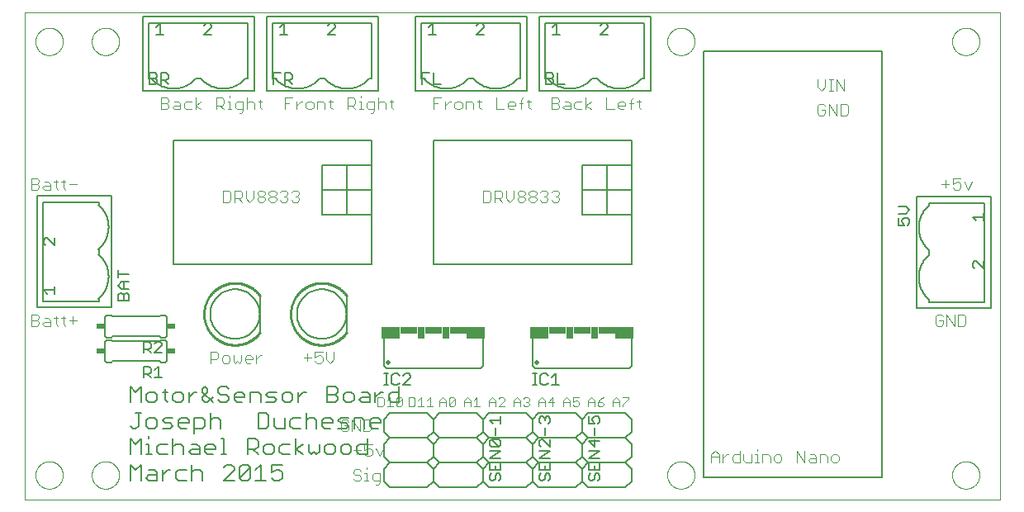
<source format=gto>
G75*
%MOIN*%
%OFA0B0*%
%FSLAX25Y25*%
%IPPOS*%
%LPD*%
%AMOC8*
5,1,8,0,0,1.08239X$1,22.5*
%
%ADD10C,0.00000*%
%ADD11C,0.00600*%
%ADD12C,0.00400*%
%ADD13C,0.00300*%
%ADD14C,0.00800*%
%ADD15C,0.01000*%
%ADD16C,0.00500*%
%ADD17C,0.02000*%
%ADD18R,0.07500X0.05000*%
%ADD19R,0.07000X0.03000*%
%ADD20R,0.03000X0.05000*%
%ADD21R,0.03400X0.02400*%
D10*
X0026300Y0001000D02*
X0026300Y0197850D01*
X0420001Y0197850D01*
X0420001Y0001000D01*
X0026300Y0001000D01*
X0030788Y0011000D02*
X0030790Y0011148D01*
X0030796Y0011296D01*
X0030806Y0011444D01*
X0030820Y0011591D01*
X0030838Y0011738D01*
X0030859Y0011884D01*
X0030885Y0012030D01*
X0030915Y0012175D01*
X0030948Y0012319D01*
X0030986Y0012462D01*
X0031027Y0012604D01*
X0031072Y0012745D01*
X0031120Y0012885D01*
X0031173Y0013024D01*
X0031229Y0013161D01*
X0031289Y0013296D01*
X0031352Y0013430D01*
X0031419Y0013562D01*
X0031490Y0013692D01*
X0031564Y0013820D01*
X0031641Y0013946D01*
X0031722Y0014070D01*
X0031806Y0014192D01*
X0031893Y0014311D01*
X0031984Y0014428D01*
X0032078Y0014543D01*
X0032174Y0014655D01*
X0032274Y0014765D01*
X0032376Y0014871D01*
X0032482Y0014975D01*
X0032590Y0015076D01*
X0032701Y0015174D01*
X0032814Y0015270D01*
X0032930Y0015362D01*
X0033048Y0015451D01*
X0033169Y0015536D01*
X0033292Y0015619D01*
X0033417Y0015698D01*
X0033544Y0015774D01*
X0033673Y0015846D01*
X0033804Y0015915D01*
X0033937Y0015980D01*
X0034072Y0016041D01*
X0034208Y0016099D01*
X0034345Y0016154D01*
X0034484Y0016204D01*
X0034625Y0016251D01*
X0034766Y0016294D01*
X0034909Y0016334D01*
X0035053Y0016369D01*
X0035197Y0016401D01*
X0035343Y0016428D01*
X0035489Y0016452D01*
X0035636Y0016472D01*
X0035783Y0016488D01*
X0035930Y0016500D01*
X0036078Y0016508D01*
X0036226Y0016512D01*
X0036374Y0016512D01*
X0036522Y0016508D01*
X0036670Y0016500D01*
X0036817Y0016488D01*
X0036964Y0016472D01*
X0037111Y0016452D01*
X0037257Y0016428D01*
X0037403Y0016401D01*
X0037547Y0016369D01*
X0037691Y0016334D01*
X0037834Y0016294D01*
X0037975Y0016251D01*
X0038116Y0016204D01*
X0038255Y0016154D01*
X0038392Y0016099D01*
X0038528Y0016041D01*
X0038663Y0015980D01*
X0038796Y0015915D01*
X0038927Y0015846D01*
X0039056Y0015774D01*
X0039183Y0015698D01*
X0039308Y0015619D01*
X0039431Y0015536D01*
X0039552Y0015451D01*
X0039670Y0015362D01*
X0039786Y0015270D01*
X0039899Y0015174D01*
X0040010Y0015076D01*
X0040118Y0014975D01*
X0040224Y0014871D01*
X0040326Y0014765D01*
X0040426Y0014655D01*
X0040522Y0014543D01*
X0040616Y0014428D01*
X0040707Y0014311D01*
X0040794Y0014192D01*
X0040878Y0014070D01*
X0040959Y0013946D01*
X0041036Y0013820D01*
X0041110Y0013692D01*
X0041181Y0013562D01*
X0041248Y0013430D01*
X0041311Y0013296D01*
X0041371Y0013161D01*
X0041427Y0013024D01*
X0041480Y0012885D01*
X0041528Y0012745D01*
X0041573Y0012604D01*
X0041614Y0012462D01*
X0041652Y0012319D01*
X0041685Y0012175D01*
X0041715Y0012030D01*
X0041741Y0011884D01*
X0041762Y0011738D01*
X0041780Y0011591D01*
X0041794Y0011444D01*
X0041804Y0011296D01*
X0041810Y0011148D01*
X0041812Y0011000D01*
X0041810Y0010852D01*
X0041804Y0010704D01*
X0041794Y0010556D01*
X0041780Y0010409D01*
X0041762Y0010262D01*
X0041741Y0010116D01*
X0041715Y0009970D01*
X0041685Y0009825D01*
X0041652Y0009681D01*
X0041614Y0009538D01*
X0041573Y0009396D01*
X0041528Y0009255D01*
X0041480Y0009115D01*
X0041427Y0008976D01*
X0041371Y0008839D01*
X0041311Y0008704D01*
X0041248Y0008570D01*
X0041181Y0008438D01*
X0041110Y0008308D01*
X0041036Y0008180D01*
X0040959Y0008054D01*
X0040878Y0007930D01*
X0040794Y0007808D01*
X0040707Y0007689D01*
X0040616Y0007572D01*
X0040522Y0007457D01*
X0040426Y0007345D01*
X0040326Y0007235D01*
X0040224Y0007129D01*
X0040118Y0007025D01*
X0040010Y0006924D01*
X0039899Y0006826D01*
X0039786Y0006730D01*
X0039670Y0006638D01*
X0039552Y0006549D01*
X0039431Y0006464D01*
X0039308Y0006381D01*
X0039183Y0006302D01*
X0039056Y0006226D01*
X0038927Y0006154D01*
X0038796Y0006085D01*
X0038663Y0006020D01*
X0038528Y0005959D01*
X0038392Y0005901D01*
X0038255Y0005846D01*
X0038116Y0005796D01*
X0037975Y0005749D01*
X0037834Y0005706D01*
X0037691Y0005666D01*
X0037547Y0005631D01*
X0037403Y0005599D01*
X0037257Y0005572D01*
X0037111Y0005548D01*
X0036964Y0005528D01*
X0036817Y0005512D01*
X0036670Y0005500D01*
X0036522Y0005492D01*
X0036374Y0005488D01*
X0036226Y0005488D01*
X0036078Y0005492D01*
X0035930Y0005500D01*
X0035783Y0005512D01*
X0035636Y0005528D01*
X0035489Y0005548D01*
X0035343Y0005572D01*
X0035197Y0005599D01*
X0035053Y0005631D01*
X0034909Y0005666D01*
X0034766Y0005706D01*
X0034625Y0005749D01*
X0034484Y0005796D01*
X0034345Y0005846D01*
X0034208Y0005901D01*
X0034072Y0005959D01*
X0033937Y0006020D01*
X0033804Y0006085D01*
X0033673Y0006154D01*
X0033544Y0006226D01*
X0033417Y0006302D01*
X0033292Y0006381D01*
X0033169Y0006464D01*
X0033048Y0006549D01*
X0032930Y0006638D01*
X0032814Y0006730D01*
X0032701Y0006826D01*
X0032590Y0006924D01*
X0032482Y0007025D01*
X0032376Y0007129D01*
X0032274Y0007235D01*
X0032174Y0007345D01*
X0032078Y0007457D01*
X0031984Y0007572D01*
X0031893Y0007689D01*
X0031806Y0007808D01*
X0031722Y0007930D01*
X0031641Y0008054D01*
X0031564Y0008180D01*
X0031490Y0008308D01*
X0031419Y0008438D01*
X0031352Y0008570D01*
X0031289Y0008704D01*
X0031229Y0008839D01*
X0031173Y0008976D01*
X0031120Y0009115D01*
X0031072Y0009255D01*
X0031027Y0009396D01*
X0030986Y0009538D01*
X0030948Y0009681D01*
X0030915Y0009825D01*
X0030885Y0009970D01*
X0030859Y0010116D01*
X0030838Y0010262D01*
X0030820Y0010409D01*
X0030806Y0010556D01*
X0030796Y0010704D01*
X0030790Y0010852D01*
X0030788Y0011000D01*
X0053505Y0011000D02*
X0053507Y0011148D01*
X0053513Y0011296D01*
X0053523Y0011444D01*
X0053537Y0011591D01*
X0053555Y0011738D01*
X0053576Y0011884D01*
X0053602Y0012030D01*
X0053632Y0012175D01*
X0053665Y0012319D01*
X0053703Y0012462D01*
X0053744Y0012604D01*
X0053789Y0012745D01*
X0053837Y0012885D01*
X0053890Y0013024D01*
X0053946Y0013161D01*
X0054006Y0013296D01*
X0054069Y0013430D01*
X0054136Y0013562D01*
X0054207Y0013692D01*
X0054281Y0013820D01*
X0054358Y0013946D01*
X0054439Y0014070D01*
X0054523Y0014192D01*
X0054610Y0014311D01*
X0054701Y0014428D01*
X0054795Y0014543D01*
X0054891Y0014655D01*
X0054991Y0014765D01*
X0055093Y0014871D01*
X0055199Y0014975D01*
X0055307Y0015076D01*
X0055418Y0015174D01*
X0055531Y0015270D01*
X0055647Y0015362D01*
X0055765Y0015451D01*
X0055886Y0015536D01*
X0056009Y0015619D01*
X0056134Y0015698D01*
X0056261Y0015774D01*
X0056390Y0015846D01*
X0056521Y0015915D01*
X0056654Y0015980D01*
X0056789Y0016041D01*
X0056925Y0016099D01*
X0057062Y0016154D01*
X0057201Y0016204D01*
X0057342Y0016251D01*
X0057483Y0016294D01*
X0057626Y0016334D01*
X0057770Y0016369D01*
X0057914Y0016401D01*
X0058060Y0016428D01*
X0058206Y0016452D01*
X0058353Y0016472D01*
X0058500Y0016488D01*
X0058647Y0016500D01*
X0058795Y0016508D01*
X0058943Y0016512D01*
X0059091Y0016512D01*
X0059239Y0016508D01*
X0059387Y0016500D01*
X0059534Y0016488D01*
X0059681Y0016472D01*
X0059828Y0016452D01*
X0059974Y0016428D01*
X0060120Y0016401D01*
X0060264Y0016369D01*
X0060408Y0016334D01*
X0060551Y0016294D01*
X0060692Y0016251D01*
X0060833Y0016204D01*
X0060972Y0016154D01*
X0061109Y0016099D01*
X0061245Y0016041D01*
X0061380Y0015980D01*
X0061513Y0015915D01*
X0061644Y0015846D01*
X0061773Y0015774D01*
X0061900Y0015698D01*
X0062025Y0015619D01*
X0062148Y0015536D01*
X0062269Y0015451D01*
X0062387Y0015362D01*
X0062503Y0015270D01*
X0062616Y0015174D01*
X0062727Y0015076D01*
X0062835Y0014975D01*
X0062941Y0014871D01*
X0063043Y0014765D01*
X0063143Y0014655D01*
X0063239Y0014543D01*
X0063333Y0014428D01*
X0063424Y0014311D01*
X0063511Y0014192D01*
X0063595Y0014070D01*
X0063676Y0013946D01*
X0063753Y0013820D01*
X0063827Y0013692D01*
X0063898Y0013562D01*
X0063965Y0013430D01*
X0064028Y0013296D01*
X0064088Y0013161D01*
X0064144Y0013024D01*
X0064197Y0012885D01*
X0064245Y0012745D01*
X0064290Y0012604D01*
X0064331Y0012462D01*
X0064369Y0012319D01*
X0064402Y0012175D01*
X0064432Y0012030D01*
X0064458Y0011884D01*
X0064479Y0011738D01*
X0064497Y0011591D01*
X0064511Y0011444D01*
X0064521Y0011296D01*
X0064527Y0011148D01*
X0064529Y0011000D01*
X0064527Y0010852D01*
X0064521Y0010704D01*
X0064511Y0010556D01*
X0064497Y0010409D01*
X0064479Y0010262D01*
X0064458Y0010116D01*
X0064432Y0009970D01*
X0064402Y0009825D01*
X0064369Y0009681D01*
X0064331Y0009538D01*
X0064290Y0009396D01*
X0064245Y0009255D01*
X0064197Y0009115D01*
X0064144Y0008976D01*
X0064088Y0008839D01*
X0064028Y0008704D01*
X0063965Y0008570D01*
X0063898Y0008438D01*
X0063827Y0008308D01*
X0063753Y0008180D01*
X0063676Y0008054D01*
X0063595Y0007930D01*
X0063511Y0007808D01*
X0063424Y0007689D01*
X0063333Y0007572D01*
X0063239Y0007457D01*
X0063143Y0007345D01*
X0063043Y0007235D01*
X0062941Y0007129D01*
X0062835Y0007025D01*
X0062727Y0006924D01*
X0062616Y0006826D01*
X0062503Y0006730D01*
X0062387Y0006638D01*
X0062269Y0006549D01*
X0062148Y0006464D01*
X0062025Y0006381D01*
X0061900Y0006302D01*
X0061773Y0006226D01*
X0061644Y0006154D01*
X0061513Y0006085D01*
X0061380Y0006020D01*
X0061245Y0005959D01*
X0061109Y0005901D01*
X0060972Y0005846D01*
X0060833Y0005796D01*
X0060692Y0005749D01*
X0060551Y0005706D01*
X0060408Y0005666D01*
X0060264Y0005631D01*
X0060120Y0005599D01*
X0059974Y0005572D01*
X0059828Y0005548D01*
X0059681Y0005528D01*
X0059534Y0005512D01*
X0059387Y0005500D01*
X0059239Y0005492D01*
X0059091Y0005488D01*
X0058943Y0005488D01*
X0058795Y0005492D01*
X0058647Y0005500D01*
X0058500Y0005512D01*
X0058353Y0005528D01*
X0058206Y0005548D01*
X0058060Y0005572D01*
X0057914Y0005599D01*
X0057770Y0005631D01*
X0057626Y0005666D01*
X0057483Y0005706D01*
X0057342Y0005749D01*
X0057201Y0005796D01*
X0057062Y0005846D01*
X0056925Y0005901D01*
X0056789Y0005959D01*
X0056654Y0006020D01*
X0056521Y0006085D01*
X0056390Y0006154D01*
X0056261Y0006226D01*
X0056134Y0006302D01*
X0056009Y0006381D01*
X0055886Y0006464D01*
X0055765Y0006549D01*
X0055647Y0006638D01*
X0055531Y0006730D01*
X0055418Y0006826D01*
X0055307Y0006924D01*
X0055199Y0007025D01*
X0055093Y0007129D01*
X0054991Y0007235D01*
X0054891Y0007345D01*
X0054795Y0007457D01*
X0054701Y0007572D01*
X0054610Y0007689D01*
X0054523Y0007808D01*
X0054439Y0007930D01*
X0054358Y0008054D01*
X0054281Y0008180D01*
X0054207Y0008308D01*
X0054136Y0008438D01*
X0054069Y0008570D01*
X0054006Y0008704D01*
X0053946Y0008839D01*
X0053890Y0008976D01*
X0053837Y0009115D01*
X0053789Y0009255D01*
X0053744Y0009396D01*
X0053703Y0009538D01*
X0053665Y0009681D01*
X0053632Y0009825D01*
X0053602Y0009970D01*
X0053576Y0010116D01*
X0053555Y0010262D01*
X0053537Y0010409D01*
X0053523Y0010556D01*
X0053513Y0010704D01*
X0053507Y0010852D01*
X0053505Y0011000D01*
X0285788Y0011000D02*
X0285790Y0011148D01*
X0285796Y0011296D01*
X0285806Y0011444D01*
X0285820Y0011591D01*
X0285838Y0011738D01*
X0285859Y0011884D01*
X0285885Y0012030D01*
X0285915Y0012175D01*
X0285948Y0012319D01*
X0285986Y0012462D01*
X0286027Y0012604D01*
X0286072Y0012745D01*
X0286120Y0012885D01*
X0286173Y0013024D01*
X0286229Y0013161D01*
X0286289Y0013296D01*
X0286352Y0013430D01*
X0286419Y0013562D01*
X0286490Y0013692D01*
X0286564Y0013820D01*
X0286641Y0013946D01*
X0286722Y0014070D01*
X0286806Y0014192D01*
X0286893Y0014311D01*
X0286984Y0014428D01*
X0287078Y0014543D01*
X0287174Y0014655D01*
X0287274Y0014765D01*
X0287376Y0014871D01*
X0287482Y0014975D01*
X0287590Y0015076D01*
X0287701Y0015174D01*
X0287814Y0015270D01*
X0287930Y0015362D01*
X0288048Y0015451D01*
X0288169Y0015536D01*
X0288292Y0015619D01*
X0288417Y0015698D01*
X0288544Y0015774D01*
X0288673Y0015846D01*
X0288804Y0015915D01*
X0288937Y0015980D01*
X0289072Y0016041D01*
X0289208Y0016099D01*
X0289345Y0016154D01*
X0289484Y0016204D01*
X0289625Y0016251D01*
X0289766Y0016294D01*
X0289909Y0016334D01*
X0290053Y0016369D01*
X0290197Y0016401D01*
X0290343Y0016428D01*
X0290489Y0016452D01*
X0290636Y0016472D01*
X0290783Y0016488D01*
X0290930Y0016500D01*
X0291078Y0016508D01*
X0291226Y0016512D01*
X0291374Y0016512D01*
X0291522Y0016508D01*
X0291670Y0016500D01*
X0291817Y0016488D01*
X0291964Y0016472D01*
X0292111Y0016452D01*
X0292257Y0016428D01*
X0292403Y0016401D01*
X0292547Y0016369D01*
X0292691Y0016334D01*
X0292834Y0016294D01*
X0292975Y0016251D01*
X0293116Y0016204D01*
X0293255Y0016154D01*
X0293392Y0016099D01*
X0293528Y0016041D01*
X0293663Y0015980D01*
X0293796Y0015915D01*
X0293927Y0015846D01*
X0294056Y0015774D01*
X0294183Y0015698D01*
X0294308Y0015619D01*
X0294431Y0015536D01*
X0294552Y0015451D01*
X0294670Y0015362D01*
X0294786Y0015270D01*
X0294899Y0015174D01*
X0295010Y0015076D01*
X0295118Y0014975D01*
X0295224Y0014871D01*
X0295326Y0014765D01*
X0295426Y0014655D01*
X0295522Y0014543D01*
X0295616Y0014428D01*
X0295707Y0014311D01*
X0295794Y0014192D01*
X0295878Y0014070D01*
X0295959Y0013946D01*
X0296036Y0013820D01*
X0296110Y0013692D01*
X0296181Y0013562D01*
X0296248Y0013430D01*
X0296311Y0013296D01*
X0296371Y0013161D01*
X0296427Y0013024D01*
X0296480Y0012885D01*
X0296528Y0012745D01*
X0296573Y0012604D01*
X0296614Y0012462D01*
X0296652Y0012319D01*
X0296685Y0012175D01*
X0296715Y0012030D01*
X0296741Y0011884D01*
X0296762Y0011738D01*
X0296780Y0011591D01*
X0296794Y0011444D01*
X0296804Y0011296D01*
X0296810Y0011148D01*
X0296812Y0011000D01*
X0296810Y0010852D01*
X0296804Y0010704D01*
X0296794Y0010556D01*
X0296780Y0010409D01*
X0296762Y0010262D01*
X0296741Y0010116D01*
X0296715Y0009970D01*
X0296685Y0009825D01*
X0296652Y0009681D01*
X0296614Y0009538D01*
X0296573Y0009396D01*
X0296528Y0009255D01*
X0296480Y0009115D01*
X0296427Y0008976D01*
X0296371Y0008839D01*
X0296311Y0008704D01*
X0296248Y0008570D01*
X0296181Y0008438D01*
X0296110Y0008308D01*
X0296036Y0008180D01*
X0295959Y0008054D01*
X0295878Y0007930D01*
X0295794Y0007808D01*
X0295707Y0007689D01*
X0295616Y0007572D01*
X0295522Y0007457D01*
X0295426Y0007345D01*
X0295326Y0007235D01*
X0295224Y0007129D01*
X0295118Y0007025D01*
X0295010Y0006924D01*
X0294899Y0006826D01*
X0294786Y0006730D01*
X0294670Y0006638D01*
X0294552Y0006549D01*
X0294431Y0006464D01*
X0294308Y0006381D01*
X0294183Y0006302D01*
X0294056Y0006226D01*
X0293927Y0006154D01*
X0293796Y0006085D01*
X0293663Y0006020D01*
X0293528Y0005959D01*
X0293392Y0005901D01*
X0293255Y0005846D01*
X0293116Y0005796D01*
X0292975Y0005749D01*
X0292834Y0005706D01*
X0292691Y0005666D01*
X0292547Y0005631D01*
X0292403Y0005599D01*
X0292257Y0005572D01*
X0292111Y0005548D01*
X0291964Y0005528D01*
X0291817Y0005512D01*
X0291670Y0005500D01*
X0291522Y0005492D01*
X0291374Y0005488D01*
X0291226Y0005488D01*
X0291078Y0005492D01*
X0290930Y0005500D01*
X0290783Y0005512D01*
X0290636Y0005528D01*
X0290489Y0005548D01*
X0290343Y0005572D01*
X0290197Y0005599D01*
X0290053Y0005631D01*
X0289909Y0005666D01*
X0289766Y0005706D01*
X0289625Y0005749D01*
X0289484Y0005796D01*
X0289345Y0005846D01*
X0289208Y0005901D01*
X0289072Y0005959D01*
X0288937Y0006020D01*
X0288804Y0006085D01*
X0288673Y0006154D01*
X0288544Y0006226D01*
X0288417Y0006302D01*
X0288292Y0006381D01*
X0288169Y0006464D01*
X0288048Y0006549D01*
X0287930Y0006638D01*
X0287814Y0006730D01*
X0287701Y0006826D01*
X0287590Y0006924D01*
X0287482Y0007025D01*
X0287376Y0007129D01*
X0287274Y0007235D01*
X0287174Y0007345D01*
X0287078Y0007457D01*
X0286984Y0007572D01*
X0286893Y0007689D01*
X0286806Y0007808D01*
X0286722Y0007930D01*
X0286641Y0008054D01*
X0286564Y0008180D01*
X0286490Y0008308D01*
X0286419Y0008438D01*
X0286352Y0008570D01*
X0286289Y0008704D01*
X0286229Y0008839D01*
X0286173Y0008976D01*
X0286120Y0009115D01*
X0286072Y0009255D01*
X0286027Y0009396D01*
X0285986Y0009538D01*
X0285948Y0009681D01*
X0285915Y0009825D01*
X0285885Y0009970D01*
X0285859Y0010116D01*
X0285838Y0010262D01*
X0285820Y0010409D01*
X0285806Y0010556D01*
X0285796Y0010704D01*
X0285790Y0010852D01*
X0285788Y0011000D01*
X0400788Y0011000D02*
X0400790Y0011148D01*
X0400796Y0011296D01*
X0400806Y0011444D01*
X0400820Y0011591D01*
X0400838Y0011738D01*
X0400859Y0011884D01*
X0400885Y0012030D01*
X0400915Y0012175D01*
X0400948Y0012319D01*
X0400986Y0012462D01*
X0401027Y0012604D01*
X0401072Y0012745D01*
X0401120Y0012885D01*
X0401173Y0013024D01*
X0401229Y0013161D01*
X0401289Y0013296D01*
X0401352Y0013430D01*
X0401419Y0013562D01*
X0401490Y0013692D01*
X0401564Y0013820D01*
X0401641Y0013946D01*
X0401722Y0014070D01*
X0401806Y0014192D01*
X0401893Y0014311D01*
X0401984Y0014428D01*
X0402078Y0014543D01*
X0402174Y0014655D01*
X0402274Y0014765D01*
X0402376Y0014871D01*
X0402482Y0014975D01*
X0402590Y0015076D01*
X0402701Y0015174D01*
X0402814Y0015270D01*
X0402930Y0015362D01*
X0403048Y0015451D01*
X0403169Y0015536D01*
X0403292Y0015619D01*
X0403417Y0015698D01*
X0403544Y0015774D01*
X0403673Y0015846D01*
X0403804Y0015915D01*
X0403937Y0015980D01*
X0404072Y0016041D01*
X0404208Y0016099D01*
X0404345Y0016154D01*
X0404484Y0016204D01*
X0404625Y0016251D01*
X0404766Y0016294D01*
X0404909Y0016334D01*
X0405053Y0016369D01*
X0405197Y0016401D01*
X0405343Y0016428D01*
X0405489Y0016452D01*
X0405636Y0016472D01*
X0405783Y0016488D01*
X0405930Y0016500D01*
X0406078Y0016508D01*
X0406226Y0016512D01*
X0406374Y0016512D01*
X0406522Y0016508D01*
X0406670Y0016500D01*
X0406817Y0016488D01*
X0406964Y0016472D01*
X0407111Y0016452D01*
X0407257Y0016428D01*
X0407403Y0016401D01*
X0407547Y0016369D01*
X0407691Y0016334D01*
X0407834Y0016294D01*
X0407975Y0016251D01*
X0408116Y0016204D01*
X0408255Y0016154D01*
X0408392Y0016099D01*
X0408528Y0016041D01*
X0408663Y0015980D01*
X0408796Y0015915D01*
X0408927Y0015846D01*
X0409056Y0015774D01*
X0409183Y0015698D01*
X0409308Y0015619D01*
X0409431Y0015536D01*
X0409552Y0015451D01*
X0409670Y0015362D01*
X0409786Y0015270D01*
X0409899Y0015174D01*
X0410010Y0015076D01*
X0410118Y0014975D01*
X0410224Y0014871D01*
X0410326Y0014765D01*
X0410426Y0014655D01*
X0410522Y0014543D01*
X0410616Y0014428D01*
X0410707Y0014311D01*
X0410794Y0014192D01*
X0410878Y0014070D01*
X0410959Y0013946D01*
X0411036Y0013820D01*
X0411110Y0013692D01*
X0411181Y0013562D01*
X0411248Y0013430D01*
X0411311Y0013296D01*
X0411371Y0013161D01*
X0411427Y0013024D01*
X0411480Y0012885D01*
X0411528Y0012745D01*
X0411573Y0012604D01*
X0411614Y0012462D01*
X0411652Y0012319D01*
X0411685Y0012175D01*
X0411715Y0012030D01*
X0411741Y0011884D01*
X0411762Y0011738D01*
X0411780Y0011591D01*
X0411794Y0011444D01*
X0411804Y0011296D01*
X0411810Y0011148D01*
X0411812Y0011000D01*
X0411810Y0010852D01*
X0411804Y0010704D01*
X0411794Y0010556D01*
X0411780Y0010409D01*
X0411762Y0010262D01*
X0411741Y0010116D01*
X0411715Y0009970D01*
X0411685Y0009825D01*
X0411652Y0009681D01*
X0411614Y0009538D01*
X0411573Y0009396D01*
X0411528Y0009255D01*
X0411480Y0009115D01*
X0411427Y0008976D01*
X0411371Y0008839D01*
X0411311Y0008704D01*
X0411248Y0008570D01*
X0411181Y0008438D01*
X0411110Y0008308D01*
X0411036Y0008180D01*
X0410959Y0008054D01*
X0410878Y0007930D01*
X0410794Y0007808D01*
X0410707Y0007689D01*
X0410616Y0007572D01*
X0410522Y0007457D01*
X0410426Y0007345D01*
X0410326Y0007235D01*
X0410224Y0007129D01*
X0410118Y0007025D01*
X0410010Y0006924D01*
X0409899Y0006826D01*
X0409786Y0006730D01*
X0409670Y0006638D01*
X0409552Y0006549D01*
X0409431Y0006464D01*
X0409308Y0006381D01*
X0409183Y0006302D01*
X0409056Y0006226D01*
X0408927Y0006154D01*
X0408796Y0006085D01*
X0408663Y0006020D01*
X0408528Y0005959D01*
X0408392Y0005901D01*
X0408255Y0005846D01*
X0408116Y0005796D01*
X0407975Y0005749D01*
X0407834Y0005706D01*
X0407691Y0005666D01*
X0407547Y0005631D01*
X0407403Y0005599D01*
X0407257Y0005572D01*
X0407111Y0005548D01*
X0406964Y0005528D01*
X0406817Y0005512D01*
X0406670Y0005500D01*
X0406522Y0005492D01*
X0406374Y0005488D01*
X0406226Y0005488D01*
X0406078Y0005492D01*
X0405930Y0005500D01*
X0405783Y0005512D01*
X0405636Y0005528D01*
X0405489Y0005548D01*
X0405343Y0005572D01*
X0405197Y0005599D01*
X0405053Y0005631D01*
X0404909Y0005666D01*
X0404766Y0005706D01*
X0404625Y0005749D01*
X0404484Y0005796D01*
X0404345Y0005846D01*
X0404208Y0005901D01*
X0404072Y0005959D01*
X0403937Y0006020D01*
X0403804Y0006085D01*
X0403673Y0006154D01*
X0403544Y0006226D01*
X0403417Y0006302D01*
X0403292Y0006381D01*
X0403169Y0006464D01*
X0403048Y0006549D01*
X0402930Y0006638D01*
X0402814Y0006730D01*
X0402701Y0006826D01*
X0402590Y0006924D01*
X0402482Y0007025D01*
X0402376Y0007129D01*
X0402274Y0007235D01*
X0402174Y0007345D01*
X0402078Y0007457D01*
X0401984Y0007572D01*
X0401893Y0007689D01*
X0401806Y0007808D01*
X0401722Y0007930D01*
X0401641Y0008054D01*
X0401564Y0008180D01*
X0401490Y0008308D01*
X0401419Y0008438D01*
X0401352Y0008570D01*
X0401289Y0008704D01*
X0401229Y0008839D01*
X0401173Y0008976D01*
X0401120Y0009115D01*
X0401072Y0009255D01*
X0401027Y0009396D01*
X0400986Y0009538D01*
X0400948Y0009681D01*
X0400915Y0009825D01*
X0400885Y0009970D01*
X0400859Y0010116D01*
X0400838Y0010262D01*
X0400820Y0010409D01*
X0400806Y0010556D01*
X0400796Y0010704D01*
X0400790Y0010852D01*
X0400788Y0011000D01*
X0400788Y0186000D02*
X0400790Y0186148D01*
X0400796Y0186296D01*
X0400806Y0186444D01*
X0400820Y0186591D01*
X0400838Y0186738D01*
X0400859Y0186884D01*
X0400885Y0187030D01*
X0400915Y0187175D01*
X0400948Y0187319D01*
X0400986Y0187462D01*
X0401027Y0187604D01*
X0401072Y0187745D01*
X0401120Y0187885D01*
X0401173Y0188024D01*
X0401229Y0188161D01*
X0401289Y0188296D01*
X0401352Y0188430D01*
X0401419Y0188562D01*
X0401490Y0188692D01*
X0401564Y0188820D01*
X0401641Y0188946D01*
X0401722Y0189070D01*
X0401806Y0189192D01*
X0401893Y0189311D01*
X0401984Y0189428D01*
X0402078Y0189543D01*
X0402174Y0189655D01*
X0402274Y0189765D01*
X0402376Y0189871D01*
X0402482Y0189975D01*
X0402590Y0190076D01*
X0402701Y0190174D01*
X0402814Y0190270D01*
X0402930Y0190362D01*
X0403048Y0190451D01*
X0403169Y0190536D01*
X0403292Y0190619D01*
X0403417Y0190698D01*
X0403544Y0190774D01*
X0403673Y0190846D01*
X0403804Y0190915D01*
X0403937Y0190980D01*
X0404072Y0191041D01*
X0404208Y0191099D01*
X0404345Y0191154D01*
X0404484Y0191204D01*
X0404625Y0191251D01*
X0404766Y0191294D01*
X0404909Y0191334D01*
X0405053Y0191369D01*
X0405197Y0191401D01*
X0405343Y0191428D01*
X0405489Y0191452D01*
X0405636Y0191472D01*
X0405783Y0191488D01*
X0405930Y0191500D01*
X0406078Y0191508D01*
X0406226Y0191512D01*
X0406374Y0191512D01*
X0406522Y0191508D01*
X0406670Y0191500D01*
X0406817Y0191488D01*
X0406964Y0191472D01*
X0407111Y0191452D01*
X0407257Y0191428D01*
X0407403Y0191401D01*
X0407547Y0191369D01*
X0407691Y0191334D01*
X0407834Y0191294D01*
X0407975Y0191251D01*
X0408116Y0191204D01*
X0408255Y0191154D01*
X0408392Y0191099D01*
X0408528Y0191041D01*
X0408663Y0190980D01*
X0408796Y0190915D01*
X0408927Y0190846D01*
X0409056Y0190774D01*
X0409183Y0190698D01*
X0409308Y0190619D01*
X0409431Y0190536D01*
X0409552Y0190451D01*
X0409670Y0190362D01*
X0409786Y0190270D01*
X0409899Y0190174D01*
X0410010Y0190076D01*
X0410118Y0189975D01*
X0410224Y0189871D01*
X0410326Y0189765D01*
X0410426Y0189655D01*
X0410522Y0189543D01*
X0410616Y0189428D01*
X0410707Y0189311D01*
X0410794Y0189192D01*
X0410878Y0189070D01*
X0410959Y0188946D01*
X0411036Y0188820D01*
X0411110Y0188692D01*
X0411181Y0188562D01*
X0411248Y0188430D01*
X0411311Y0188296D01*
X0411371Y0188161D01*
X0411427Y0188024D01*
X0411480Y0187885D01*
X0411528Y0187745D01*
X0411573Y0187604D01*
X0411614Y0187462D01*
X0411652Y0187319D01*
X0411685Y0187175D01*
X0411715Y0187030D01*
X0411741Y0186884D01*
X0411762Y0186738D01*
X0411780Y0186591D01*
X0411794Y0186444D01*
X0411804Y0186296D01*
X0411810Y0186148D01*
X0411812Y0186000D01*
X0411810Y0185852D01*
X0411804Y0185704D01*
X0411794Y0185556D01*
X0411780Y0185409D01*
X0411762Y0185262D01*
X0411741Y0185116D01*
X0411715Y0184970D01*
X0411685Y0184825D01*
X0411652Y0184681D01*
X0411614Y0184538D01*
X0411573Y0184396D01*
X0411528Y0184255D01*
X0411480Y0184115D01*
X0411427Y0183976D01*
X0411371Y0183839D01*
X0411311Y0183704D01*
X0411248Y0183570D01*
X0411181Y0183438D01*
X0411110Y0183308D01*
X0411036Y0183180D01*
X0410959Y0183054D01*
X0410878Y0182930D01*
X0410794Y0182808D01*
X0410707Y0182689D01*
X0410616Y0182572D01*
X0410522Y0182457D01*
X0410426Y0182345D01*
X0410326Y0182235D01*
X0410224Y0182129D01*
X0410118Y0182025D01*
X0410010Y0181924D01*
X0409899Y0181826D01*
X0409786Y0181730D01*
X0409670Y0181638D01*
X0409552Y0181549D01*
X0409431Y0181464D01*
X0409308Y0181381D01*
X0409183Y0181302D01*
X0409056Y0181226D01*
X0408927Y0181154D01*
X0408796Y0181085D01*
X0408663Y0181020D01*
X0408528Y0180959D01*
X0408392Y0180901D01*
X0408255Y0180846D01*
X0408116Y0180796D01*
X0407975Y0180749D01*
X0407834Y0180706D01*
X0407691Y0180666D01*
X0407547Y0180631D01*
X0407403Y0180599D01*
X0407257Y0180572D01*
X0407111Y0180548D01*
X0406964Y0180528D01*
X0406817Y0180512D01*
X0406670Y0180500D01*
X0406522Y0180492D01*
X0406374Y0180488D01*
X0406226Y0180488D01*
X0406078Y0180492D01*
X0405930Y0180500D01*
X0405783Y0180512D01*
X0405636Y0180528D01*
X0405489Y0180548D01*
X0405343Y0180572D01*
X0405197Y0180599D01*
X0405053Y0180631D01*
X0404909Y0180666D01*
X0404766Y0180706D01*
X0404625Y0180749D01*
X0404484Y0180796D01*
X0404345Y0180846D01*
X0404208Y0180901D01*
X0404072Y0180959D01*
X0403937Y0181020D01*
X0403804Y0181085D01*
X0403673Y0181154D01*
X0403544Y0181226D01*
X0403417Y0181302D01*
X0403292Y0181381D01*
X0403169Y0181464D01*
X0403048Y0181549D01*
X0402930Y0181638D01*
X0402814Y0181730D01*
X0402701Y0181826D01*
X0402590Y0181924D01*
X0402482Y0182025D01*
X0402376Y0182129D01*
X0402274Y0182235D01*
X0402174Y0182345D01*
X0402078Y0182457D01*
X0401984Y0182572D01*
X0401893Y0182689D01*
X0401806Y0182808D01*
X0401722Y0182930D01*
X0401641Y0183054D01*
X0401564Y0183180D01*
X0401490Y0183308D01*
X0401419Y0183438D01*
X0401352Y0183570D01*
X0401289Y0183704D01*
X0401229Y0183839D01*
X0401173Y0183976D01*
X0401120Y0184115D01*
X0401072Y0184255D01*
X0401027Y0184396D01*
X0400986Y0184538D01*
X0400948Y0184681D01*
X0400915Y0184825D01*
X0400885Y0184970D01*
X0400859Y0185116D01*
X0400838Y0185262D01*
X0400820Y0185409D01*
X0400806Y0185556D01*
X0400796Y0185704D01*
X0400790Y0185852D01*
X0400788Y0186000D01*
X0285788Y0186000D02*
X0285790Y0186148D01*
X0285796Y0186296D01*
X0285806Y0186444D01*
X0285820Y0186591D01*
X0285838Y0186738D01*
X0285859Y0186884D01*
X0285885Y0187030D01*
X0285915Y0187175D01*
X0285948Y0187319D01*
X0285986Y0187462D01*
X0286027Y0187604D01*
X0286072Y0187745D01*
X0286120Y0187885D01*
X0286173Y0188024D01*
X0286229Y0188161D01*
X0286289Y0188296D01*
X0286352Y0188430D01*
X0286419Y0188562D01*
X0286490Y0188692D01*
X0286564Y0188820D01*
X0286641Y0188946D01*
X0286722Y0189070D01*
X0286806Y0189192D01*
X0286893Y0189311D01*
X0286984Y0189428D01*
X0287078Y0189543D01*
X0287174Y0189655D01*
X0287274Y0189765D01*
X0287376Y0189871D01*
X0287482Y0189975D01*
X0287590Y0190076D01*
X0287701Y0190174D01*
X0287814Y0190270D01*
X0287930Y0190362D01*
X0288048Y0190451D01*
X0288169Y0190536D01*
X0288292Y0190619D01*
X0288417Y0190698D01*
X0288544Y0190774D01*
X0288673Y0190846D01*
X0288804Y0190915D01*
X0288937Y0190980D01*
X0289072Y0191041D01*
X0289208Y0191099D01*
X0289345Y0191154D01*
X0289484Y0191204D01*
X0289625Y0191251D01*
X0289766Y0191294D01*
X0289909Y0191334D01*
X0290053Y0191369D01*
X0290197Y0191401D01*
X0290343Y0191428D01*
X0290489Y0191452D01*
X0290636Y0191472D01*
X0290783Y0191488D01*
X0290930Y0191500D01*
X0291078Y0191508D01*
X0291226Y0191512D01*
X0291374Y0191512D01*
X0291522Y0191508D01*
X0291670Y0191500D01*
X0291817Y0191488D01*
X0291964Y0191472D01*
X0292111Y0191452D01*
X0292257Y0191428D01*
X0292403Y0191401D01*
X0292547Y0191369D01*
X0292691Y0191334D01*
X0292834Y0191294D01*
X0292975Y0191251D01*
X0293116Y0191204D01*
X0293255Y0191154D01*
X0293392Y0191099D01*
X0293528Y0191041D01*
X0293663Y0190980D01*
X0293796Y0190915D01*
X0293927Y0190846D01*
X0294056Y0190774D01*
X0294183Y0190698D01*
X0294308Y0190619D01*
X0294431Y0190536D01*
X0294552Y0190451D01*
X0294670Y0190362D01*
X0294786Y0190270D01*
X0294899Y0190174D01*
X0295010Y0190076D01*
X0295118Y0189975D01*
X0295224Y0189871D01*
X0295326Y0189765D01*
X0295426Y0189655D01*
X0295522Y0189543D01*
X0295616Y0189428D01*
X0295707Y0189311D01*
X0295794Y0189192D01*
X0295878Y0189070D01*
X0295959Y0188946D01*
X0296036Y0188820D01*
X0296110Y0188692D01*
X0296181Y0188562D01*
X0296248Y0188430D01*
X0296311Y0188296D01*
X0296371Y0188161D01*
X0296427Y0188024D01*
X0296480Y0187885D01*
X0296528Y0187745D01*
X0296573Y0187604D01*
X0296614Y0187462D01*
X0296652Y0187319D01*
X0296685Y0187175D01*
X0296715Y0187030D01*
X0296741Y0186884D01*
X0296762Y0186738D01*
X0296780Y0186591D01*
X0296794Y0186444D01*
X0296804Y0186296D01*
X0296810Y0186148D01*
X0296812Y0186000D01*
X0296810Y0185852D01*
X0296804Y0185704D01*
X0296794Y0185556D01*
X0296780Y0185409D01*
X0296762Y0185262D01*
X0296741Y0185116D01*
X0296715Y0184970D01*
X0296685Y0184825D01*
X0296652Y0184681D01*
X0296614Y0184538D01*
X0296573Y0184396D01*
X0296528Y0184255D01*
X0296480Y0184115D01*
X0296427Y0183976D01*
X0296371Y0183839D01*
X0296311Y0183704D01*
X0296248Y0183570D01*
X0296181Y0183438D01*
X0296110Y0183308D01*
X0296036Y0183180D01*
X0295959Y0183054D01*
X0295878Y0182930D01*
X0295794Y0182808D01*
X0295707Y0182689D01*
X0295616Y0182572D01*
X0295522Y0182457D01*
X0295426Y0182345D01*
X0295326Y0182235D01*
X0295224Y0182129D01*
X0295118Y0182025D01*
X0295010Y0181924D01*
X0294899Y0181826D01*
X0294786Y0181730D01*
X0294670Y0181638D01*
X0294552Y0181549D01*
X0294431Y0181464D01*
X0294308Y0181381D01*
X0294183Y0181302D01*
X0294056Y0181226D01*
X0293927Y0181154D01*
X0293796Y0181085D01*
X0293663Y0181020D01*
X0293528Y0180959D01*
X0293392Y0180901D01*
X0293255Y0180846D01*
X0293116Y0180796D01*
X0292975Y0180749D01*
X0292834Y0180706D01*
X0292691Y0180666D01*
X0292547Y0180631D01*
X0292403Y0180599D01*
X0292257Y0180572D01*
X0292111Y0180548D01*
X0291964Y0180528D01*
X0291817Y0180512D01*
X0291670Y0180500D01*
X0291522Y0180492D01*
X0291374Y0180488D01*
X0291226Y0180488D01*
X0291078Y0180492D01*
X0290930Y0180500D01*
X0290783Y0180512D01*
X0290636Y0180528D01*
X0290489Y0180548D01*
X0290343Y0180572D01*
X0290197Y0180599D01*
X0290053Y0180631D01*
X0289909Y0180666D01*
X0289766Y0180706D01*
X0289625Y0180749D01*
X0289484Y0180796D01*
X0289345Y0180846D01*
X0289208Y0180901D01*
X0289072Y0180959D01*
X0288937Y0181020D01*
X0288804Y0181085D01*
X0288673Y0181154D01*
X0288544Y0181226D01*
X0288417Y0181302D01*
X0288292Y0181381D01*
X0288169Y0181464D01*
X0288048Y0181549D01*
X0287930Y0181638D01*
X0287814Y0181730D01*
X0287701Y0181826D01*
X0287590Y0181924D01*
X0287482Y0182025D01*
X0287376Y0182129D01*
X0287274Y0182235D01*
X0287174Y0182345D01*
X0287078Y0182457D01*
X0286984Y0182572D01*
X0286893Y0182689D01*
X0286806Y0182808D01*
X0286722Y0182930D01*
X0286641Y0183054D01*
X0286564Y0183180D01*
X0286490Y0183308D01*
X0286419Y0183438D01*
X0286352Y0183570D01*
X0286289Y0183704D01*
X0286229Y0183839D01*
X0286173Y0183976D01*
X0286120Y0184115D01*
X0286072Y0184255D01*
X0286027Y0184396D01*
X0285986Y0184538D01*
X0285948Y0184681D01*
X0285915Y0184825D01*
X0285885Y0184970D01*
X0285859Y0185116D01*
X0285838Y0185262D01*
X0285820Y0185409D01*
X0285806Y0185556D01*
X0285796Y0185704D01*
X0285790Y0185852D01*
X0285788Y0186000D01*
X0053505Y0186000D02*
X0053507Y0186148D01*
X0053513Y0186296D01*
X0053523Y0186444D01*
X0053537Y0186591D01*
X0053555Y0186738D01*
X0053576Y0186884D01*
X0053602Y0187030D01*
X0053632Y0187175D01*
X0053665Y0187319D01*
X0053703Y0187462D01*
X0053744Y0187604D01*
X0053789Y0187745D01*
X0053837Y0187885D01*
X0053890Y0188024D01*
X0053946Y0188161D01*
X0054006Y0188296D01*
X0054069Y0188430D01*
X0054136Y0188562D01*
X0054207Y0188692D01*
X0054281Y0188820D01*
X0054358Y0188946D01*
X0054439Y0189070D01*
X0054523Y0189192D01*
X0054610Y0189311D01*
X0054701Y0189428D01*
X0054795Y0189543D01*
X0054891Y0189655D01*
X0054991Y0189765D01*
X0055093Y0189871D01*
X0055199Y0189975D01*
X0055307Y0190076D01*
X0055418Y0190174D01*
X0055531Y0190270D01*
X0055647Y0190362D01*
X0055765Y0190451D01*
X0055886Y0190536D01*
X0056009Y0190619D01*
X0056134Y0190698D01*
X0056261Y0190774D01*
X0056390Y0190846D01*
X0056521Y0190915D01*
X0056654Y0190980D01*
X0056789Y0191041D01*
X0056925Y0191099D01*
X0057062Y0191154D01*
X0057201Y0191204D01*
X0057342Y0191251D01*
X0057483Y0191294D01*
X0057626Y0191334D01*
X0057770Y0191369D01*
X0057914Y0191401D01*
X0058060Y0191428D01*
X0058206Y0191452D01*
X0058353Y0191472D01*
X0058500Y0191488D01*
X0058647Y0191500D01*
X0058795Y0191508D01*
X0058943Y0191512D01*
X0059091Y0191512D01*
X0059239Y0191508D01*
X0059387Y0191500D01*
X0059534Y0191488D01*
X0059681Y0191472D01*
X0059828Y0191452D01*
X0059974Y0191428D01*
X0060120Y0191401D01*
X0060264Y0191369D01*
X0060408Y0191334D01*
X0060551Y0191294D01*
X0060692Y0191251D01*
X0060833Y0191204D01*
X0060972Y0191154D01*
X0061109Y0191099D01*
X0061245Y0191041D01*
X0061380Y0190980D01*
X0061513Y0190915D01*
X0061644Y0190846D01*
X0061773Y0190774D01*
X0061900Y0190698D01*
X0062025Y0190619D01*
X0062148Y0190536D01*
X0062269Y0190451D01*
X0062387Y0190362D01*
X0062503Y0190270D01*
X0062616Y0190174D01*
X0062727Y0190076D01*
X0062835Y0189975D01*
X0062941Y0189871D01*
X0063043Y0189765D01*
X0063143Y0189655D01*
X0063239Y0189543D01*
X0063333Y0189428D01*
X0063424Y0189311D01*
X0063511Y0189192D01*
X0063595Y0189070D01*
X0063676Y0188946D01*
X0063753Y0188820D01*
X0063827Y0188692D01*
X0063898Y0188562D01*
X0063965Y0188430D01*
X0064028Y0188296D01*
X0064088Y0188161D01*
X0064144Y0188024D01*
X0064197Y0187885D01*
X0064245Y0187745D01*
X0064290Y0187604D01*
X0064331Y0187462D01*
X0064369Y0187319D01*
X0064402Y0187175D01*
X0064432Y0187030D01*
X0064458Y0186884D01*
X0064479Y0186738D01*
X0064497Y0186591D01*
X0064511Y0186444D01*
X0064521Y0186296D01*
X0064527Y0186148D01*
X0064529Y0186000D01*
X0064527Y0185852D01*
X0064521Y0185704D01*
X0064511Y0185556D01*
X0064497Y0185409D01*
X0064479Y0185262D01*
X0064458Y0185116D01*
X0064432Y0184970D01*
X0064402Y0184825D01*
X0064369Y0184681D01*
X0064331Y0184538D01*
X0064290Y0184396D01*
X0064245Y0184255D01*
X0064197Y0184115D01*
X0064144Y0183976D01*
X0064088Y0183839D01*
X0064028Y0183704D01*
X0063965Y0183570D01*
X0063898Y0183438D01*
X0063827Y0183308D01*
X0063753Y0183180D01*
X0063676Y0183054D01*
X0063595Y0182930D01*
X0063511Y0182808D01*
X0063424Y0182689D01*
X0063333Y0182572D01*
X0063239Y0182457D01*
X0063143Y0182345D01*
X0063043Y0182235D01*
X0062941Y0182129D01*
X0062835Y0182025D01*
X0062727Y0181924D01*
X0062616Y0181826D01*
X0062503Y0181730D01*
X0062387Y0181638D01*
X0062269Y0181549D01*
X0062148Y0181464D01*
X0062025Y0181381D01*
X0061900Y0181302D01*
X0061773Y0181226D01*
X0061644Y0181154D01*
X0061513Y0181085D01*
X0061380Y0181020D01*
X0061245Y0180959D01*
X0061109Y0180901D01*
X0060972Y0180846D01*
X0060833Y0180796D01*
X0060692Y0180749D01*
X0060551Y0180706D01*
X0060408Y0180666D01*
X0060264Y0180631D01*
X0060120Y0180599D01*
X0059974Y0180572D01*
X0059828Y0180548D01*
X0059681Y0180528D01*
X0059534Y0180512D01*
X0059387Y0180500D01*
X0059239Y0180492D01*
X0059091Y0180488D01*
X0058943Y0180488D01*
X0058795Y0180492D01*
X0058647Y0180500D01*
X0058500Y0180512D01*
X0058353Y0180528D01*
X0058206Y0180548D01*
X0058060Y0180572D01*
X0057914Y0180599D01*
X0057770Y0180631D01*
X0057626Y0180666D01*
X0057483Y0180706D01*
X0057342Y0180749D01*
X0057201Y0180796D01*
X0057062Y0180846D01*
X0056925Y0180901D01*
X0056789Y0180959D01*
X0056654Y0181020D01*
X0056521Y0181085D01*
X0056390Y0181154D01*
X0056261Y0181226D01*
X0056134Y0181302D01*
X0056009Y0181381D01*
X0055886Y0181464D01*
X0055765Y0181549D01*
X0055647Y0181638D01*
X0055531Y0181730D01*
X0055418Y0181826D01*
X0055307Y0181924D01*
X0055199Y0182025D01*
X0055093Y0182129D01*
X0054991Y0182235D01*
X0054891Y0182345D01*
X0054795Y0182457D01*
X0054701Y0182572D01*
X0054610Y0182689D01*
X0054523Y0182808D01*
X0054439Y0182930D01*
X0054358Y0183054D01*
X0054281Y0183180D01*
X0054207Y0183308D01*
X0054136Y0183438D01*
X0054069Y0183570D01*
X0054006Y0183704D01*
X0053946Y0183839D01*
X0053890Y0183976D01*
X0053837Y0184115D01*
X0053789Y0184255D01*
X0053744Y0184396D01*
X0053703Y0184538D01*
X0053665Y0184681D01*
X0053632Y0184825D01*
X0053602Y0184970D01*
X0053576Y0185116D01*
X0053555Y0185262D01*
X0053537Y0185409D01*
X0053523Y0185556D01*
X0053513Y0185704D01*
X0053507Y0185852D01*
X0053505Y0186000D01*
X0030788Y0186000D02*
X0030790Y0186148D01*
X0030796Y0186296D01*
X0030806Y0186444D01*
X0030820Y0186591D01*
X0030838Y0186738D01*
X0030859Y0186884D01*
X0030885Y0187030D01*
X0030915Y0187175D01*
X0030948Y0187319D01*
X0030986Y0187462D01*
X0031027Y0187604D01*
X0031072Y0187745D01*
X0031120Y0187885D01*
X0031173Y0188024D01*
X0031229Y0188161D01*
X0031289Y0188296D01*
X0031352Y0188430D01*
X0031419Y0188562D01*
X0031490Y0188692D01*
X0031564Y0188820D01*
X0031641Y0188946D01*
X0031722Y0189070D01*
X0031806Y0189192D01*
X0031893Y0189311D01*
X0031984Y0189428D01*
X0032078Y0189543D01*
X0032174Y0189655D01*
X0032274Y0189765D01*
X0032376Y0189871D01*
X0032482Y0189975D01*
X0032590Y0190076D01*
X0032701Y0190174D01*
X0032814Y0190270D01*
X0032930Y0190362D01*
X0033048Y0190451D01*
X0033169Y0190536D01*
X0033292Y0190619D01*
X0033417Y0190698D01*
X0033544Y0190774D01*
X0033673Y0190846D01*
X0033804Y0190915D01*
X0033937Y0190980D01*
X0034072Y0191041D01*
X0034208Y0191099D01*
X0034345Y0191154D01*
X0034484Y0191204D01*
X0034625Y0191251D01*
X0034766Y0191294D01*
X0034909Y0191334D01*
X0035053Y0191369D01*
X0035197Y0191401D01*
X0035343Y0191428D01*
X0035489Y0191452D01*
X0035636Y0191472D01*
X0035783Y0191488D01*
X0035930Y0191500D01*
X0036078Y0191508D01*
X0036226Y0191512D01*
X0036374Y0191512D01*
X0036522Y0191508D01*
X0036670Y0191500D01*
X0036817Y0191488D01*
X0036964Y0191472D01*
X0037111Y0191452D01*
X0037257Y0191428D01*
X0037403Y0191401D01*
X0037547Y0191369D01*
X0037691Y0191334D01*
X0037834Y0191294D01*
X0037975Y0191251D01*
X0038116Y0191204D01*
X0038255Y0191154D01*
X0038392Y0191099D01*
X0038528Y0191041D01*
X0038663Y0190980D01*
X0038796Y0190915D01*
X0038927Y0190846D01*
X0039056Y0190774D01*
X0039183Y0190698D01*
X0039308Y0190619D01*
X0039431Y0190536D01*
X0039552Y0190451D01*
X0039670Y0190362D01*
X0039786Y0190270D01*
X0039899Y0190174D01*
X0040010Y0190076D01*
X0040118Y0189975D01*
X0040224Y0189871D01*
X0040326Y0189765D01*
X0040426Y0189655D01*
X0040522Y0189543D01*
X0040616Y0189428D01*
X0040707Y0189311D01*
X0040794Y0189192D01*
X0040878Y0189070D01*
X0040959Y0188946D01*
X0041036Y0188820D01*
X0041110Y0188692D01*
X0041181Y0188562D01*
X0041248Y0188430D01*
X0041311Y0188296D01*
X0041371Y0188161D01*
X0041427Y0188024D01*
X0041480Y0187885D01*
X0041528Y0187745D01*
X0041573Y0187604D01*
X0041614Y0187462D01*
X0041652Y0187319D01*
X0041685Y0187175D01*
X0041715Y0187030D01*
X0041741Y0186884D01*
X0041762Y0186738D01*
X0041780Y0186591D01*
X0041794Y0186444D01*
X0041804Y0186296D01*
X0041810Y0186148D01*
X0041812Y0186000D01*
X0041810Y0185852D01*
X0041804Y0185704D01*
X0041794Y0185556D01*
X0041780Y0185409D01*
X0041762Y0185262D01*
X0041741Y0185116D01*
X0041715Y0184970D01*
X0041685Y0184825D01*
X0041652Y0184681D01*
X0041614Y0184538D01*
X0041573Y0184396D01*
X0041528Y0184255D01*
X0041480Y0184115D01*
X0041427Y0183976D01*
X0041371Y0183839D01*
X0041311Y0183704D01*
X0041248Y0183570D01*
X0041181Y0183438D01*
X0041110Y0183308D01*
X0041036Y0183180D01*
X0040959Y0183054D01*
X0040878Y0182930D01*
X0040794Y0182808D01*
X0040707Y0182689D01*
X0040616Y0182572D01*
X0040522Y0182457D01*
X0040426Y0182345D01*
X0040326Y0182235D01*
X0040224Y0182129D01*
X0040118Y0182025D01*
X0040010Y0181924D01*
X0039899Y0181826D01*
X0039786Y0181730D01*
X0039670Y0181638D01*
X0039552Y0181549D01*
X0039431Y0181464D01*
X0039308Y0181381D01*
X0039183Y0181302D01*
X0039056Y0181226D01*
X0038927Y0181154D01*
X0038796Y0181085D01*
X0038663Y0181020D01*
X0038528Y0180959D01*
X0038392Y0180901D01*
X0038255Y0180846D01*
X0038116Y0180796D01*
X0037975Y0180749D01*
X0037834Y0180706D01*
X0037691Y0180666D01*
X0037547Y0180631D01*
X0037403Y0180599D01*
X0037257Y0180572D01*
X0037111Y0180548D01*
X0036964Y0180528D01*
X0036817Y0180512D01*
X0036670Y0180500D01*
X0036522Y0180492D01*
X0036374Y0180488D01*
X0036226Y0180488D01*
X0036078Y0180492D01*
X0035930Y0180500D01*
X0035783Y0180512D01*
X0035636Y0180528D01*
X0035489Y0180548D01*
X0035343Y0180572D01*
X0035197Y0180599D01*
X0035053Y0180631D01*
X0034909Y0180666D01*
X0034766Y0180706D01*
X0034625Y0180749D01*
X0034484Y0180796D01*
X0034345Y0180846D01*
X0034208Y0180901D01*
X0034072Y0180959D01*
X0033937Y0181020D01*
X0033804Y0181085D01*
X0033673Y0181154D01*
X0033544Y0181226D01*
X0033417Y0181302D01*
X0033292Y0181381D01*
X0033169Y0181464D01*
X0033048Y0181549D01*
X0032930Y0181638D01*
X0032814Y0181730D01*
X0032701Y0181826D01*
X0032590Y0181924D01*
X0032482Y0182025D01*
X0032376Y0182129D01*
X0032274Y0182235D01*
X0032174Y0182345D01*
X0032078Y0182457D01*
X0031984Y0182572D01*
X0031893Y0182689D01*
X0031806Y0182808D01*
X0031722Y0182930D01*
X0031641Y0183054D01*
X0031564Y0183180D01*
X0031490Y0183308D01*
X0031419Y0183438D01*
X0031352Y0183570D01*
X0031289Y0183704D01*
X0031229Y0183839D01*
X0031173Y0183976D01*
X0031120Y0184115D01*
X0031072Y0184255D01*
X0031027Y0184396D01*
X0030986Y0184538D01*
X0030948Y0184681D01*
X0030915Y0184825D01*
X0030885Y0184970D01*
X0030859Y0185116D01*
X0030838Y0185262D01*
X0030820Y0185409D01*
X0030806Y0185556D01*
X0030796Y0185704D01*
X0030790Y0185852D01*
X0030788Y0186000D01*
D11*
X0073957Y0196000D02*
X0073957Y0166000D01*
X0118957Y0166000D01*
X0118957Y0196000D01*
X0073957Y0196000D01*
X0076457Y0193500D02*
X0116457Y0193500D01*
X0116457Y0171000D01*
X0115457Y0171000D01*
X0123957Y0166000D02*
X0168957Y0166000D01*
X0168957Y0196000D01*
X0123957Y0196000D01*
X0123957Y0166000D01*
X0126457Y0171000D02*
X0127457Y0171000D01*
X0126457Y0171000D02*
X0126457Y0193500D01*
X0166457Y0193500D01*
X0166457Y0171000D01*
X0165457Y0171000D01*
X0165410Y0171112D02*
X0165223Y0170900D01*
X0165032Y0170692D01*
X0164835Y0170490D01*
X0164634Y0170292D01*
X0164428Y0170099D01*
X0164218Y0169910D01*
X0164003Y0169727D01*
X0163784Y0169549D01*
X0163560Y0169377D01*
X0163333Y0169210D01*
X0163102Y0169048D01*
X0162866Y0168892D01*
X0162628Y0168741D01*
X0162385Y0168597D01*
X0162139Y0168458D01*
X0161890Y0168325D01*
X0161638Y0168198D01*
X0161383Y0168077D01*
X0161125Y0167962D01*
X0160865Y0167854D01*
X0160602Y0167751D01*
X0160336Y0167656D01*
X0160069Y0167566D01*
X0159799Y0167483D01*
X0159527Y0167406D01*
X0159254Y0167336D01*
X0158979Y0167272D01*
X0158702Y0167215D01*
X0158424Y0167165D01*
X0158146Y0167121D01*
X0157866Y0167084D01*
X0157585Y0167054D01*
X0157304Y0167030D01*
X0157022Y0167013D01*
X0156740Y0167003D01*
X0156458Y0167000D01*
X0147457Y0171000D02*
X0145457Y0171000D01*
X0145410Y0171112D02*
X0145223Y0170900D01*
X0145032Y0170692D01*
X0144835Y0170490D01*
X0144634Y0170292D01*
X0144428Y0170099D01*
X0144218Y0169910D01*
X0144003Y0169727D01*
X0143784Y0169549D01*
X0143560Y0169377D01*
X0143333Y0169210D01*
X0143102Y0169048D01*
X0142866Y0168892D01*
X0142628Y0168741D01*
X0142385Y0168597D01*
X0142139Y0168458D01*
X0141890Y0168325D01*
X0141638Y0168198D01*
X0141383Y0168077D01*
X0141125Y0167962D01*
X0140865Y0167854D01*
X0140602Y0167751D01*
X0140336Y0167656D01*
X0140069Y0167566D01*
X0139799Y0167483D01*
X0139527Y0167406D01*
X0139254Y0167336D01*
X0138979Y0167272D01*
X0138702Y0167215D01*
X0138424Y0167165D01*
X0138146Y0167121D01*
X0137866Y0167084D01*
X0137585Y0167054D01*
X0137304Y0167030D01*
X0137022Y0167013D01*
X0136740Y0167003D01*
X0136458Y0167000D01*
X0136169Y0167004D01*
X0135880Y0167014D01*
X0135592Y0167032D01*
X0135304Y0167057D01*
X0135017Y0167088D01*
X0134731Y0167127D01*
X0134446Y0167173D01*
X0134162Y0167226D01*
X0133879Y0167285D01*
X0133598Y0167352D01*
X0133319Y0167425D01*
X0133041Y0167505D01*
X0132766Y0167592D01*
X0132493Y0167686D01*
X0132222Y0167787D01*
X0131954Y0167893D01*
X0131688Y0168007D01*
X0131425Y0168127D01*
X0131166Y0168253D01*
X0130909Y0168386D01*
X0130656Y0168525D01*
X0130406Y0168670D01*
X0130160Y0168821D01*
X0129918Y0168978D01*
X0129679Y0169141D01*
X0129445Y0169310D01*
X0129215Y0169485D01*
X0128989Y0169665D01*
X0128768Y0169850D01*
X0128551Y0170041D01*
X0128339Y0170237D01*
X0128132Y0170439D01*
X0127930Y0170645D01*
X0127733Y0170856D01*
X0127541Y0171072D01*
X0115410Y0171112D02*
X0115223Y0170900D01*
X0115032Y0170692D01*
X0114835Y0170490D01*
X0114634Y0170292D01*
X0114428Y0170099D01*
X0114218Y0169910D01*
X0114003Y0169727D01*
X0113784Y0169549D01*
X0113560Y0169377D01*
X0113333Y0169210D01*
X0113102Y0169048D01*
X0112866Y0168892D01*
X0112628Y0168741D01*
X0112385Y0168597D01*
X0112139Y0168458D01*
X0111890Y0168325D01*
X0111638Y0168198D01*
X0111383Y0168077D01*
X0111125Y0167962D01*
X0110865Y0167854D01*
X0110602Y0167751D01*
X0110336Y0167656D01*
X0110069Y0167566D01*
X0109799Y0167483D01*
X0109527Y0167406D01*
X0109254Y0167336D01*
X0108979Y0167272D01*
X0108702Y0167215D01*
X0108424Y0167165D01*
X0108146Y0167121D01*
X0107866Y0167084D01*
X0107585Y0167054D01*
X0107304Y0167030D01*
X0107022Y0167013D01*
X0106740Y0167003D01*
X0106458Y0167000D01*
X0097457Y0171000D02*
X0095457Y0171000D01*
X0095410Y0171112D02*
X0095223Y0170900D01*
X0095032Y0170692D01*
X0094835Y0170490D01*
X0094634Y0170292D01*
X0094428Y0170099D01*
X0094218Y0169910D01*
X0094003Y0169727D01*
X0093784Y0169549D01*
X0093560Y0169377D01*
X0093333Y0169210D01*
X0093102Y0169048D01*
X0092866Y0168892D01*
X0092628Y0168741D01*
X0092385Y0168597D01*
X0092139Y0168458D01*
X0091890Y0168325D01*
X0091638Y0168198D01*
X0091383Y0168077D01*
X0091125Y0167962D01*
X0090865Y0167854D01*
X0090602Y0167751D01*
X0090336Y0167656D01*
X0090069Y0167566D01*
X0089799Y0167483D01*
X0089527Y0167406D01*
X0089254Y0167336D01*
X0088979Y0167272D01*
X0088702Y0167215D01*
X0088424Y0167165D01*
X0088146Y0167121D01*
X0087866Y0167084D01*
X0087585Y0167054D01*
X0087304Y0167030D01*
X0087022Y0167013D01*
X0086740Y0167003D01*
X0086458Y0167000D01*
X0077457Y0171000D02*
X0076457Y0171000D01*
X0076457Y0193500D01*
X0077541Y0171072D02*
X0077733Y0170856D01*
X0077930Y0170645D01*
X0078132Y0170439D01*
X0078339Y0170237D01*
X0078551Y0170041D01*
X0078768Y0169850D01*
X0078989Y0169665D01*
X0079215Y0169485D01*
X0079445Y0169310D01*
X0079679Y0169141D01*
X0079918Y0168978D01*
X0080160Y0168821D01*
X0080406Y0168670D01*
X0080656Y0168525D01*
X0080909Y0168386D01*
X0081166Y0168253D01*
X0081425Y0168127D01*
X0081688Y0168007D01*
X0081954Y0167893D01*
X0082222Y0167787D01*
X0082493Y0167686D01*
X0082766Y0167592D01*
X0083041Y0167505D01*
X0083319Y0167425D01*
X0083598Y0167352D01*
X0083879Y0167285D01*
X0084162Y0167226D01*
X0084446Y0167173D01*
X0084731Y0167127D01*
X0085017Y0167088D01*
X0085304Y0167057D01*
X0085592Y0167032D01*
X0085880Y0167014D01*
X0086169Y0167004D01*
X0086458Y0167000D01*
X0097540Y0171072D02*
X0097732Y0170856D01*
X0097929Y0170645D01*
X0098131Y0170438D01*
X0098338Y0170237D01*
X0098550Y0170041D01*
X0098767Y0169850D01*
X0098988Y0169664D01*
X0099214Y0169484D01*
X0099444Y0169310D01*
X0099679Y0169141D01*
X0099917Y0168978D01*
X0100159Y0168821D01*
X0100406Y0168670D01*
X0100655Y0168525D01*
X0100909Y0168386D01*
X0101165Y0168253D01*
X0101425Y0168127D01*
X0101688Y0168007D01*
X0101953Y0167893D01*
X0102221Y0167786D01*
X0102492Y0167686D01*
X0102766Y0167592D01*
X0103041Y0167505D01*
X0103318Y0167425D01*
X0103598Y0167352D01*
X0103879Y0167285D01*
X0104161Y0167225D01*
X0104445Y0167173D01*
X0104731Y0167127D01*
X0105017Y0167088D01*
X0105304Y0167056D01*
X0105592Y0167032D01*
X0105880Y0167014D01*
X0106169Y0167004D01*
X0106457Y0167000D01*
X0147540Y0171072D02*
X0147732Y0170856D01*
X0147929Y0170645D01*
X0148131Y0170438D01*
X0148338Y0170237D01*
X0148550Y0170041D01*
X0148767Y0169850D01*
X0148988Y0169664D01*
X0149214Y0169484D01*
X0149444Y0169310D01*
X0149679Y0169141D01*
X0149917Y0168978D01*
X0150159Y0168821D01*
X0150406Y0168670D01*
X0150655Y0168525D01*
X0150909Y0168386D01*
X0151165Y0168253D01*
X0151425Y0168127D01*
X0151688Y0168007D01*
X0151953Y0167893D01*
X0152221Y0167786D01*
X0152492Y0167686D01*
X0152766Y0167592D01*
X0153041Y0167505D01*
X0153318Y0167425D01*
X0153598Y0167352D01*
X0153879Y0167285D01*
X0154161Y0167225D01*
X0154445Y0167173D01*
X0154731Y0167127D01*
X0155017Y0167088D01*
X0155304Y0167056D01*
X0155592Y0167032D01*
X0155880Y0167014D01*
X0156169Y0167004D01*
X0156457Y0167000D01*
X0183957Y0166000D02*
X0228957Y0166000D01*
X0228957Y0196000D01*
X0183957Y0196000D01*
X0183957Y0166000D01*
X0186457Y0171000D02*
X0187457Y0171000D01*
X0186457Y0171000D02*
X0186457Y0193500D01*
X0226457Y0193500D01*
X0226457Y0171000D01*
X0225457Y0171000D01*
X0233957Y0166000D02*
X0278957Y0166000D01*
X0278957Y0196000D01*
X0233957Y0196000D01*
X0233957Y0166000D01*
X0236457Y0171000D02*
X0237457Y0171000D01*
X0236457Y0171000D02*
X0236457Y0193500D01*
X0276457Y0193500D01*
X0276457Y0171000D01*
X0275457Y0171000D01*
X0275410Y0171112D02*
X0275223Y0170900D01*
X0275032Y0170692D01*
X0274835Y0170490D01*
X0274634Y0170292D01*
X0274428Y0170099D01*
X0274218Y0169910D01*
X0274003Y0169727D01*
X0273784Y0169549D01*
X0273560Y0169377D01*
X0273333Y0169210D01*
X0273102Y0169048D01*
X0272866Y0168892D01*
X0272628Y0168741D01*
X0272385Y0168597D01*
X0272139Y0168458D01*
X0271890Y0168325D01*
X0271638Y0168198D01*
X0271383Y0168077D01*
X0271125Y0167962D01*
X0270865Y0167854D01*
X0270602Y0167751D01*
X0270336Y0167656D01*
X0270069Y0167566D01*
X0269799Y0167483D01*
X0269527Y0167406D01*
X0269254Y0167336D01*
X0268979Y0167272D01*
X0268702Y0167215D01*
X0268424Y0167165D01*
X0268146Y0167121D01*
X0267866Y0167084D01*
X0267585Y0167054D01*
X0267304Y0167030D01*
X0267022Y0167013D01*
X0266740Y0167003D01*
X0266458Y0167000D01*
X0257457Y0171000D02*
X0255457Y0171000D01*
X0255410Y0171112D02*
X0255223Y0170900D01*
X0255032Y0170692D01*
X0254835Y0170490D01*
X0254634Y0170292D01*
X0254428Y0170099D01*
X0254218Y0169910D01*
X0254003Y0169727D01*
X0253784Y0169549D01*
X0253560Y0169377D01*
X0253333Y0169210D01*
X0253102Y0169048D01*
X0252866Y0168892D01*
X0252628Y0168741D01*
X0252385Y0168597D01*
X0252139Y0168458D01*
X0251890Y0168325D01*
X0251638Y0168198D01*
X0251383Y0168077D01*
X0251125Y0167962D01*
X0250865Y0167854D01*
X0250602Y0167751D01*
X0250336Y0167656D01*
X0250069Y0167566D01*
X0249799Y0167483D01*
X0249527Y0167406D01*
X0249254Y0167336D01*
X0248979Y0167272D01*
X0248702Y0167215D01*
X0248424Y0167165D01*
X0248146Y0167121D01*
X0247866Y0167084D01*
X0247585Y0167054D01*
X0247304Y0167030D01*
X0247022Y0167013D01*
X0246740Y0167003D01*
X0246458Y0167000D01*
X0246169Y0167004D01*
X0245880Y0167014D01*
X0245592Y0167032D01*
X0245304Y0167057D01*
X0245017Y0167088D01*
X0244731Y0167127D01*
X0244446Y0167173D01*
X0244162Y0167226D01*
X0243879Y0167285D01*
X0243598Y0167352D01*
X0243319Y0167425D01*
X0243041Y0167505D01*
X0242766Y0167592D01*
X0242493Y0167686D01*
X0242222Y0167787D01*
X0241954Y0167893D01*
X0241688Y0168007D01*
X0241425Y0168127D01*
X0241166Y0168253D01*
X0240909Y0168386D01*
X0240656Y0168525D01*
X0240406Y0168670D01*
X0240160Y0168821D01*
X0239918Y0168978D01*
X0239679Y0169141D01*
X0239445Y0169310D01*
X0239215Y0169485D01*
X0238989Y0169665D01*
X0238768Y0169850D01*
X0238551Y0170041D01*
X0238339Y0170237D01*
X0238132Y0170439D01*
X0237930Y0170645D01*
X0237733Y0170856D01*
X0237541Y0171072D01*
X0225410Y0171112D02*
X0225223Y0170900D01*
X0225032Y0170692D01*
X0224835Y0170490D01*
X0224634Y0170292D01*
X0224428Y0170099D01*
X0224218Y0169910D01*
X0224003Y0169727D01*
X0223784Y0169549D01*
X0223560Y0169377D01*
X0223333Y0169210D01*
X0223102Y0169048D01*
X0222866Y0168892D01*
X0222628Y0168741D01*
X0222385Y0168597D01*
X0222139Y0168458D01*
X0221890Y0168325D01*
X0221638Y0168198D01*
X0221383Y0168077D01*
X0221125Y0167962D01*
X0220865Y0167854D01*
X0220602Y0167751D01*
X0220336Y0167656D01*
X0220069Y0167566D01*
X0219799Y0167483D01*
X0219527Y0167406D01*
X0219254Y0167336D01*
X0218979Y0167272D01*
X0218702Y0167215D01*
X0218424Y0167165D01*
X0218146Y0167121D01*
X0217866Y0167084D01*
X0217585Y0167054D01*
X0217304Y0167030D01*
X0217022Y0167013D01*
X0216740Y0167003D01*
X0216458Y0167000D01*
X0207457Y0171000D02*
X0205457Y0171000D01*
X0205410Y0171112D02*
X0205223Y0170900D01*
X0205032Y0170692D01*
X0204835Y0170490D01*
X0204634Y0170292D01*
X0204428Y0170099D01*
X0204218Y0169910D01*
X0204003Y0169727D01*
X0203784Y0169549D01*
X0203560Y0169377D01*
X0203333Y0169210D01*
X0203102Y0169048D01*
X0202866Y0168892D01*
X0202628Y0168741D01*
X0202385Y0168597D01*
X0202139Y0168458D01*
X0201890Y0168325D01*
X0201638Y0168198D01*
X0201383Y0168077D01*
X0201125Y0167962D01*
X0200865Y0167854D01*
X0200602Y0167751D01*
X0200336Y0167656D01*
X0200069Y0167566D01*
X0199799Y0167483D01*
X0199527Y0167406D01*
X0199254Y0167336D01*
X0198979Y0167272D01*
X0198702Y0167215D01*
X0198424Y0167165D01*
X0198146Y0167121D01*
X0197866Y0167084D01*
X0197585Y0167054D01*
X0197304Y0167030D01*
X0197022Y0167013D01*
X0196740Y0167003D01*
X0196458Y0167000D01*
X0196169Y0167004D01*
X0195880Y0167014D01*
X0195592Y0167032D01*
X0195304Y0167057D01*
X0195017Y0167088D01*
X0194731Y0167127D01*
X0194446Y0167173D01*
X0194162Y0167226D01*
X0193879Y0167285D01*
X0193598Y0167352D01*
X0193319Y0167425D01*
X0193041Y0167505D01*
X0192766Y0167592D01*
X0192493Y0167686D01*
X0192222Y0167787D01*
X0191954Y0167893D01*
X0191688Y0168007D01*
X0191425Y0168127D01*
X0191166Y0168253D01*
X0190909Y0168386D01*
X0190656Y0168525D01*
X0190406Y0168670D01*
X0190160Y0168821D01*
X0189918Y0168978D01*
X0189679Y0169141D01*
X0189445Y0169310D01*
X0189215Y0169485D01*
X0188989Y0169665D01*
X0188768Y0169850D01*
X0188551Y0170041D01*
X0188339Y0170237D01*
X0188132Y0170439D01*
X0187930Y0170645D01*
X0187733Y0170856D01*
X0187541Y0171072D01*
X0207540Y0171072D02*
X0207732Y0170856D01*
X0207929Y0170645D01*
X0208131Y0170438D01*
X0208338Y0170237D01*
X0208550Y0170041D01*
X0208767Y0169850D01*
X0208988Y0169664D01*
X0209214Y0169484D01*
X0209444Y0169310D01*
X0209679Y0169141D01*
X0209917Y0168978D01*
X0210159Y0168821D01*
X0210406Y0168670D01*
X0210655Y0168525D01*
X0210909Y0168386D01*
X0211165Y0168253D01*
X0211425Y0168127D01*
X0211688Y0168007D01*
X0211953Y0167893D01*
X0212221Y0167786D01*
X0212492Y0167686D01*
X0212766Y0167592D01*
X0213041Y0167505D01*
X0213318Y0167425D01*
X0213598Y0167352D01*
X0213879Y0167285D01*
X0214161Y0167225D01*
X0214445Y0167173D01*
X0214731Y0167127D01*
X0215017Y0167088D01*
X0215304Y0167056D01*
X0215592Y0167032D01*
X0215880Y0167014D01*
X0216169Y0167004D01*
X0216457Y0167000D01*
X0257540Y0171072D02*
X0257732Y0170856D01*
X0257929Y0170645D01*
X0258131Y0170438D01*
X0258338Y0170237D01*
X0258550Y0170041D01*
X0258767Y0169850D01*
X0258988Y0169664D01*
X0259214Y0169484D01*
X0259444Y0169310D01*
X0259679Y0169141D01*
X0259917Y0168978D01*
X0260159Y0168821D01*
X0260406Y0168670D01*
X0260655Y0168525D01*
X0260909Y0168386D01*
X0261165Y0168253D01*
X0261425Y0168127D01*
X0261688Y0168007D01*
X0261953Y0167893D01*
X0262221Y0167786D01*
X0262492Y0167686D01*
X0262766Y0167592D01*
X0263041Y0167505D01*
X0263318Y0167425D01*
X0263598Y0167352D01*
X0263879Y0167285D01*
X0264161Y0167225D01*
X0264445Y0167173D01*
X0264731Y0167127D01*
X0265017Y0167088D01*
X0265304Y0167056D01*
X0265592Y0167032D01*
X0265880Y0167014D01*
X0266169Y0167004D01*
X0266457Y0167000D01*
X0386300Y0123343D02*
X0386300Y0078343D01*
X0416300Y0078343D01*
X0416300Y0123343D01*
X0386300Y0123343D01*
X0391300Y0120843D02*
X0391300Y0119843D01*
X0391300Y0120843D02*
X0413800Y0120843D01*
X0413800Y0080843D01*
X0391300Y0080843D01*
X0391300Y0081843D01*
X0391412Y0081890D02*
X0391200Y0082077D01*
X0390992Y0082268D01*
X0390790Y0082465D01*
X0390592Y0082666D01*
X0390399Y0082872D01*
X0390210Y0083082D01*
X0390027Y0083297D01*
X0389849Y0083516D01*
X0389677Y0083740D01*
X0389510Y0083967D01*
X0389348Y0084198D01*
X0389192Y0084434D01*
X0389041Y0084672D01*
X0388897Y0084915D01*
X0388758Y0085161D01*
X0388625Y0085410D01*
X0388498Y0085662D01*
X0388377Y0085917D01*
X0388262Y0086175D01*
X0388154Y0086435D01*
X0388051Y0086698D01*
X0387956Y0086964D01*
X0387866Y0087231D01*
X0387783Y0087501D01*
X0387706Y0087773D01*
X0387636Y0088046D01*
X0387572Y0088321D01*
X0387515Y0088598D01*
X0387465Y0088876D01*
X0387421Y0089154D01*
X0387384Y0089434D01*
X0387354Y0089715D01*
X0387330Y0089996D01*
X0387313Y0090278D01*
X0387303Y0090560D01*
X0387300Y0090842D01*
X0387300Y0090843D02*
X0387304Y0091131D01*
X0387314Y0091420D01*
X0387332Y0091708D01*
X0387356Y0091996D01*
X0387388Y0092283D01*
X0387427Y0092569D01*
X0387473Y0092855D01*
X0387525Y0093139D01*
X0387585Y0093421D01*
X0387652Y0093702D01*
X0387725Y0093982D01*
X0387805Y0094259D01*
X0387892Y0094534D01*
X0387986Y0094808D01*
X0388086Y0095079D01*
X0388193Y0095347D01*
X0388307Y0095612D01*
X0388427Y0095875D01*
X0388553Y0096135D01*
X0388686Y0096391D01*
X0388825Y0096645D01*
X0388970Y0096894D01*
X0389121Y0097141D01*
X0389278Y0097383D01*
X0389441Y0097621D01*
X0389610Y0097856D01*
X0389784Y0098086D01*
X0389964Y0098312D01*
X0390150Y0098533D01*
X0390341Y0098750D01*
X0390537Y0098962D01*
X0390738Y0099169D01*
X0390945Y0099371D01*
X0391156Y0099568D01*
X0391372Y0099760D01*
X0391300Y0099843D02*
X0391300Y0101843D01*
X0391412Y0101890D02*
X0391200Y0102077D01*
X0390992Y0102268D01*
X0390790Y0102465D01*
X0390592Y0102666D01*
X0390399Y0102872D01*
X0390210Y0103082D01*
X0390027Y0103297D01*
X0389849Y0103516D01*
X0389677Y0103740D01*
X0389510Y0103967D01*
X0389348Y0104198D01*
X0389192Y0104434D01*
X0389041Y0104672D01*
X0388897Y0104915D01*
X0388758Y0105161D01*
X0388625Y0105410D01*
X0388498Y0105662D01*
X0388377Y0105917D01*
X0388262Y0106175D01*
X0388154Y0106435D01*
X0388051Y0106698D01*
X0387956Y0106964D01*
X0387866Y0107231D01*
X0387783Y0107501D01*
X0387706Y0107773D01*
X0387636Y0108046D01*
X0387572Y0108321D01*
X0387515Y0108598D01*
X0387465Y0108876D01*
X0387421Y0109154D01*
X0387384Y0109434D01*
X0387354Y0109715D01*
X0387330Y0109996D01*
X0387313Y0110278D01*
X0387303Y0110560D01*
X0387300Y0110842D01*
X0387304Y0111131D01*
X0387314Y0111420D01*
X0387332Y0111708D01*
X0387357Y0111996D01*
X0387388Y0112283D01*
X0387427Y0112569D01*
X0387473Y0112854D01*
X0387526Y0113138D01*
X0387585Y0113421D01*
X0387652Y0113702D01*
X0387725Y0113981D01*
X0387805Y0114259D01*
X0387892Y0114534D01*
X0387986Y0114807D01*
X0388087Y0115078D01*
X0388193Y0115346D01*
X0388307Y0115612D01*
X0388427Y0115875D01*
X0388553Y0116134D01*
X0388686Y0116391D01*
X0388825Y0116644D01*
X0388970Y0116894D01*
X0389121Y0117140D01*
X0389278Y0117382D01*
X0389441Y0117621D01*
X0389610Y0117855D01*
X0389785Y0118085D01*
X0389965Y0118311D01*
X0390150Y0118532D01*
X0390341Y0118749D01*
X0390537Y0118961D01*
X0390739Y0119168D01*
X0390945Y0119370D01*
X0391156Y0119567D01*
X0391372Y0119759D01*
X0271300Y0066500D02*
X0271300Y0055000D01*
X0270300Y0054000D01*
X0232300Y0054000D01*
X0231300Y0055000D01*
X0231300Y0066500D01*
X0211300Y0066500D02*
X0211300Y0055000D01*
X0210300Y0054000D01*
X0172300Y0054000D01*
X0171300Y0055000D01*
X0171300Y0066500D01*
X0136300Y0076000D02*
X0136303Y0076245D01*
X0136312Y0076491D01*
X0136327Y0076736D01*
X0136348Y0076980D01*
X0136375Y0077224D01*
X0136408Y0077467D01*
X0136447Y0077710D01*
X0136492Y0077951D01*
X0136543Y0078191D01*
X0136600Y0078430D01*
X0136662Y0078667D01*
X0136731Y0078903D01*
X0136805Y0079137D01*
X0136885Y0079369D01*
X0136970Y0079599D01*
X0137061Y0079827D01*
X0137158Y0080052D01*
X0137260Y0080276D01*
X0137368Y0080496D01*
X0137481Y0080714D01*
X0137599Y0080929D01*
X0137723Y0081141D01*
X0137851Y0081350D01*
X0137985Y0081556D01*
X0138124Y0081758D01*
X0138268Y0081957D01*
X0138417Y0082152D01*
X0138570Y0082344D01*
X0138728Y0082532D01*
X0138890Y0082716D01*
X0139058Y0082895D01*
X0139229Y0083071D01*
X0139405Y0083242D01*
X0139584Y0083410D01*
X0139768Y0083572D01*
X0139956Y0083730D01*
X0140148Y0083883D01*
X0140343Y0084032D01*
X0140542Y0084176D01*
X0140744Y0084315D01*
X0140950Y0084449D01*
X0141159Y0084577D01*
X0141371Y0084701D01*
X0141586Y0084819D01*
X0141804Y0084932D01*
X0142024Y0085040D01*
X0142248Y0085142D01*
X0142473Y0085239D01*
X0142701Y0085330D01*
X0142931Y0085415D01*
X0143163Y0085495D01*
X0143397Y0085569D01*
X0143633Y0085638D01*
X0143870Y0085700D01*
X0144109Y0085757D01*
X0144349Y0085808D01*
X0144590Y0085853D01*
X0144833Y0085892D01*
X0145076Y0085925D01*
X0145320Y0085952D01*
X0145564Y0085973D01*
X0145809Y0085988D01*
X0146055Y0085997D01*
X0146300Y0086000D01*
X0146545Y0085997D01*
X0146791Y0085988D01*
X0147036Y0085973D01*
X0147280Y0085952D01*
X0147524Y0085925D01*
X0147767Y0085892D01*
X0148010Y0085853D01*
X0148251Y0085808D01*
X0148491Y0085757D01*
X0148730Y0085700D01*
X0148967Y0085638D01*
X0149203Y0085569D01*
X0149437Y0085495D01*
X0149669Y0085415D01*
X0149899Y0085330D01*
X0150127Y0085239D01*
X0150352Y0085142D01*
X0150576Y0085040D01*
X0150796Y0084932D01*
X0151014Y0084819D01*
X0151229Y0084701D01*
X0151441Y0084577D01*
X0151650Y0084449D01*
X0151856Y0084315D01*
X0152058Y0084176D01*
X0152257Y0084032D01*
X0152452Y0083883D01*
X0152644Y0083730D01*
X0152832Y0083572D01*
X0153016Y0083410D01*
X0153195Y0083242D01*
X0153371Y0083071D01*
X0153542Y0082895D01*
X0153710Y0082716D01*
X0153872Y0082532D01*
X0154030Y0082344D01*
X0154183Y0082152D01*
X0154332Y0081957D01*
X0154476Y0081758D01*
X0154615Y0081556D01*
X0154749Y0081350D01*
X0154877Y0081141D01*
X0155001Y0080929D01*
X0155119Y0080714D01*
X0155232Y0080496D01*
X0155340Y0080276D01*
X0155442Y0080052D01*
X0155539Y0079827D01*
X0155630Y0079599D01*
X0155715Y0079369D01*
X0155795Y0079137D01*
X0155869Y0078903D01*
X0155938Y0078667D01*
X0156000Y0078430D01*
X0156057Y0078191D01*
X0156108Y0077951D01*
X0156153Y0077710D01*
X0156192Y0077467D01*
X0156225Y0077224D01*
X0156252Y0076980D01*
X0156273Y0076736D01*
X0156288Y0076491D01*
X0156297Y0076245D01*
X0156300Y0076000D01*
X0156297Y0075755D01*
X0156288Y0075509D01*
X0156273Y0075264D01*
X0156252Y0075020D01*
X0156225Y0074776D01*
X0156192Y0074533D01*
X0156153Y0074290D01*
X0156108Y0074049D01*
X0156057Y0073809D01*
X0156000Y0073570D01*
X0155938Y0073333D01*
X0155869Y0073097D01*
X0155795Y0072863D01*
X0155715Y0072631D01*
X0155630Y0072401D01*
X0155539Y0072173D01*
X0155442Y0071948D01*
X0155340Y0071724D01*
X0155232Y0071504D01*
X0155119Y0071286D01*
X0155001Y0071071D01*
X0154877Y0070859D01*
X0154749Y0070650D01*
X0154615Y0070444D01*
X0154476Y0070242D01*
X0154332Y0070043D01*
X0154183Y0069848D01*
X0154030Y0069656D01*
X0153872Y0069468D01*
X0153710Y0069284D01*
X0153542Y0069105D01*
X0153371Y0068929D01*
X0153195Y0068758D01*
X0153016Y0068590D01*
X0152832Y0068428D01*
X0152644Y0068270D01*
X0152452Y0068117D01*
X0152257Y0067968D01*
X0152058Y0067824D01*
X0151856Y0067685D01*
X0151650Y0067551D01*
X0151441Y0067423D01*
X0151229Y0067299D01*
X0151014Y0067181D01*
X0150796Y0067068D01*
X0150576Y0066960D01*
X0150352Y0066858D01*
X0150127Y0066761D01*
X0149899Y0066670D01*
X0149669Y0066585D01*
X0149437Y0066505D01*
X0149203Y0066431D01*
X0148967Y0066362D01*
X0148730Y0066300D01*
X0148491Y0066243D01*
X0148251Y0066192D01*
X0148010Y0066147D01*
X0147767Y0066108D01*
X0147524Y0066075D01*
X0147280Y0066048D01*
X0147036Y0066027D01*
X0146791Y0066012D01*
X0146545Y0066003D01*
X0146300Y0066000D01*
X0146055Y0066003D01*
X0145809Y0066012D01*
X0145564Y0066027D01*
X0145320Y0066048D01*
X0145076Y0066075D01*
X0144833Y0066108D01*
X0144590Y0066147D01*
X0144349Y0066192D01*
X0144109Y0066243D01*
X0143870Y0066300D01*
X0143633Y0066362D01*
X0143397Y0066431D01*
X0143163Y0066505D01*
X0142931Y0066585D01*
X0142701Y0066670D01*
X0142473Y0066761D01*
X0142248Y0066858D01*
X0142024Y0066960D01*
X0141804Y0067068D01*
X0141586Y0067181D01*
X0141371Y0067299D01*
X0141159Y0067423D01*
X0140950Y0067551D01*
X0140744Y0067685D01*
X0140542Y0067824D01*
X0140343Y0067968D01*
X0140148Y0068117D01*
X0139956Y0068270D01*
X0139768Y0068428D01*
X0139584Y0068590D01*
X0139405Y0068758D01*
X0139229Y0068929D01*
X0139058Y0069105D01*
X0138890Y0069284D01*
X0138728Y0069468D01*
X0138570Y0069656D01*
X0138417Y0069848D01*
X0138268Y0070043D01*
X0138124Y0070242D01*
X0137985Y0070444D01*
X0137851Y0070650D01*
X0137723Y0070859D01*
X0137599Y0071071D01*
X0137481Y0071286D01*
X0137368Y0071504D01*
X0137260Y0071724D01*
X0137158Y0071948D01*
X0137061Y0072173D01*
X0136970Y0072401D01*
X0136885Y0072631D01*
X0136805Y0072863D01*
X0136731Y0073097D01*
X0136662Y0073333D01*
X0136600Y0073570D01*
X0136543Y0073809D01*
X0136492Y0074049D01*
X0136447Y0074290D01*
X0136408Y0074533D01*
X0136375Y0074776D01*
X0136348Y0075020D01*
X0136327Y0075264D01*
X0136312Y0075509D01*
X0136303Y0075755D01*
X0136300Y0076000D01*
X0101300Y0076000D02*
X0101303Y0076245D01*
X0101312Y0076491D01*
X0101327Y0076736D01*
X0101348Y0076980D01*
X0101375Y0077224D01*
X0101408Y0077467D01*
X0101447Y0077710D01*
X0101492Y0077951D01*
X0101543Y0078191D01*
X0101600Y0078430D01*
X0101662Y0078667D01*
X0101731Y0078903D01*
X0101805Y0079137D01*
X0101885Y0079369D01*
X0101970Y0079599D01*
X0102061Y0079827D01*
X0102158Y0080052D01*
X0102260Y0080276D01*
X0102368Y0080496D01*
X0102481Y0080714D01*
X0102599Y0080929D01*
X0102723Y0081141D01*
X0102851Y0081350D01*
X0102985Y0081556D01*
X0103124Y0081758D01*
X0103268Y0081957D01*
X0103417Y0082152D01*
X0103570Y0082344D01*
X0103728Y0082532D01*
X0103890Y0082716D01*
X0104058Y0082895D01*
X0104229Y0083071D01*
X0104405Y0083242D01*
X0104584Y0083410D01*
X0104768Y0083572D01*
X0104956Y0083730D01*
X0105148Y0083883D01*
X0105343Y0084032D01*
X0105542Y0084176D01*
X0105744Y0084315D01*
X0105950Y0084449D01*
X0106159Y0084577D01*
X0106371Y0084701D01*
X0106586Y0084819D01*
X0106804Y0084932D01*
X0107024Y0085040D01*
X0107248Y0085142D01*
X0107473Y0085239D01*
X0107701Y0085330D01*
X0107931Y0085415D01*
X0108163Y0085495D01*
X0108397Y0085569D01*
X0108633Y0085638D01*
X0108870Y0085700D01*
X0109109Y0085757D01*
X0109349Y0085808D01*
X0109590Y0085853D01*
X0109833Y0085892D01*
X0110076Y0085925D01*
X0110320Y0085952D01*
X0110564Y0085973D01*
X0110809Y0085988D01*
X0111055Y0085997D01*
X0111300Y0086000D01*
X0111545Y0085997D01*
X0111791Y0085988D01*
X0112036Y0085973D01*
X0112280Y0085952D01*
X0112524Y0085925D01*
X0112767Y0085892D01*
X0113010Y0085853D01*
X0113251Y0085808D01*
X0113491Y0085757D01*
X0113730Y0085700D01*
X0113967Y0085638D01*
X0114203Y0085569D01*
X0114437Y0085495D01*
X0114669Y0085415D01*
X0114899Y0085330D01*
X0115127Y0085239D01*
X0115352Y0085142D01*
X0115576Y0085040D01*
X0115796Y0084932D01*
X0116014Y0084819D01*
X0116229Y0084701D01*
X0116441Y0084577D01*
X0116650Y0084449D01*
X0116856Y0084315D01*
X0117058Y0084176D01*
X0117257Y0084032D01*
X0117452Y0083883D01*
X0117644Y0083730D01*
X0117832Y0083572D01*
X0118016Y0083410D01*
X0118195Y0083242D01*
X0118371Y0083071D01*
X0118542Y0082895D01*
X0118710Y0082716D01*
X0118872Y0082532D01*
X0119030Y0082344D01*
X0119183Y0082152D01*
X0119332Y0081957D01*
X0119476Y0081758D01*
X0119615Y0081556D01*
X0119749Y0081350D01*
X0119877Y0081141D01*
X0120001Y0080929D01*
X0120119Y0080714D01*
X0120232Y0080496D01*
X0120340Y0080276D01*
X0120442Y0080052D01*
X0120539Y0079827D01*
X0120630Y0079599D01*
X0120715Y0079369D01*
X0120795Y0079137D01*
X0120869Y0078903D01*
X0120938Y0078667D01*
X0121000Y0078430D01*
X0121057Y0078191D01*
X0121108Y0077951D01*
X0121153Y0077710D01*
X0121192Y0077467D01*
X0121225Y0077224D01*
X0121252Y0076980D01*
X0121273Y0076736D01*
X0121288Y0076491D01*
X0121297Y0076245D01*
X0121300Y0076000D01*
X0121297Y0075755D01*
X0121288Y0075509D01*
X0121273Y0075264D01*
X0121252Y0075020D01*
X0121225Y0074776D01*
X0121192Y0074533D01*
X0121153Y0074290D01*
X0121108Y0074049D01*
X0121057Y0073809D01*
X0121000Y0073570D01*
X0120938Y0073333D01*
X0120869Y0073097D01*
X0120795Y0072863D01*
X0120715Y0072631D01*
X0120630Y0072401D01*
X0120539Y0072173D01*
X0120442Y0071948D01*
X0120340Y0071724D01*
X0120232Y0071504D01*
X0120119Y0071286D01*
X0120001Y0071071D01*
X0119877Y0070859D01*
X0119749Y0070650D01*
X0119615Y0070444D01*
X0119476Y0070242D01*
X0119332Y0070043D01*
X0119183Y0069848D01*
X0119030Y0069656D01*
X0118872Y0069468D01*
X0118710Y0069284D01*
X0118542Y0069105D01*
X0118371Y0068929D01*
X0118195Y0068758D01*
X0118016Y0068590D01*
X0117832Y0068428D01*
X0117644Y0068270D01*
X0117452Y0068117D01*
X0117257Y0067968D01*
X0117058Y0067824D01*
X0116856Y0067685D01*
X0116650Y0067551D01*
X0116441Y0067423D01*
X0116229Y0067299D01*
X0116014Y0067181D01*
X0115796Y0067068D01*
X0115576Y0066960D01*
X0115352Y0066858D01*
X0115127Y0066761D01*
X0114899Y0066670D01*
X0114669Y0066585D01*
X0114437Y0066505D01*
X0114203Y0066431D01*
X0113967Y0066362D01*
X0113730Y0066300D01*
X0113491Y0066243D01*
X0113251Y0066192D01*
X0113010Y0066147D01*
X0112767Y0066108D01*
X0112524Y0066075D01*
X0112280Y0066048D01*
X0112036Y0066027D01*
X0111791Y0066012D01*
X0111545Y0066003D01*
X0111300Y0066000D01*
X0111055Y0066003D01*
X0110809Y0066012D01*
X0110564Y0066027D01*
X0110320Y0066048D01*
X0110076Y0066075D01*
X0109833Y0066108D01*
X0109590Y0066147D01*
X0109349Y0066192D01*
X0109109Y0066243D01*
X0108870Y0066300D01*
X0108633Y0066362D01*
X0108397Y0066431D01*
X0108163Y0066505D01*
X0107931Y0066585D01*
X0107701Y0066670D01*
X0107473Y0066761D01*
X0107248Y0066858D01*
X0107024Y0066960D01*
X0106804Y0067068D01*
X0106586Y0067181D01*
X0106371Y0067299D01*
X0106159Y0067423D01*
X0105950Y0067551D01*
X0105744Y0067685D01*
X0105542Y0067824D01*
X0105343Y0067968D01*
X0105148Y0068117D01*
X0104956Y0068270D01*
X0104768Y0068428D01*
X0104584Y0068590D01*
X0104405Y0068758D01*
X0104229Y0068929D01*
X0104058Y0069105D01*
X0103890Y0069284D01*
X0103728Y0069468D01*
X0103570Y0069656D01*
X0103417Y0069848D01*
X0103268Y0070043D01*
X0103124Y0070242D01*
X0102985Y0070444D01*
X0102851Y0070650D01*
X0102723Y0070859D01*
X0102599Y0071071D01*
X0102481Y0071286D01*
X0102368Y0071504D01*
X0102260Y0071724D01*
X0102158Y0071948D01*
X0102061Y0072173D01*
X0101970Y0072401D01*
X0101885Y0072631D01*
X0101805Y0072863D01*
X0101731Y0073097D01*
X0101662Y0073333D01*
X0101600Y0073570D01*
X0101543Y0073809D01*
X0101492Y0074049D01*
X0101447Y0074290D01*
X0101408Y0074533D01*
X0101375Y0074776D01*
X0101348Y0075020D01*
X0101327Y0075264D01*
X0101312Y0075509D01*
X0101303Y0075755D01*
X0101300Y0076000D01*
X0083800Y0074500D02*
X0083800Y0067500D01*
X0083798Y0067440D01*
X0083793Y0067379D01*
X0083784Y0067320D01*
X0083771Y0067261D01*
X0083755Y0067202D01*
X0083735Y0067145D01*
X0083712Y0067090D01*
X0083685Y0067035D01*
X0083656Y0066983D01*
X0083623Y0066932D01*
X0083587Y0066883D01*
X0083549Y0066837D01*
X0083507Y0066793D01*
X0083463Y0066751D01*
X0083417Y0066713D01*
X0083368Y0066677D01*
X0083317Y0066644D01*
X0083265Y0066615D01*
X0083210Y0066588D01*
X0083155Y0066565D01*
X0083098Y0066545D01*
X0083039Y0066529D01*
X0082980Y0066516D01*
X0082921Y0066507D01*
X0082860Y0066502D01*
X0082800Y0066500D01*
X0081300Y0066500D01*
X0080800Y0067000D01*
X0061800Y0067000D01*
X0061300Y0066500D01*
X0059800Y0066500D01*
X0059740Y0066502D01*
X0059679Y0066507D01*
X0059620Y0066516D01*
X0059561Y0066529D01*
X0059502Y0066545D01*
X0059445Y0066565D01*
X0059390Y0066588D01*
X0059335Y0066615D01*
X0059283Y0066644D01*
X0059232Y0066677D01*
X0059183Y0066713D01*
X0059137Y0066751D01*
X0059093Y0066793D01*
X0059051Y0066837D01*
X0059013Y0066883D01*
X0058977Y0066932D01*
X0058944Y0066983D01*
X0058915Y0067035D01*
X0058888Y0067090D01*
X0058865Y0067145D01*
X0058845Y0067202D01*
X0058829Y0067261D01*
X0058816Y0067320D01*
X0058807Y0067379D01*
X0058802Y0067440D01*
X0058800Y0067500D01*
X0058800Y0074500D01*
X0058802Y0074560D01*
X0058807Y0074621D01*
X0058816Y0074680D01*
X0058829Y0074739D01*
X0058845Y0074798D01*
X0058865Y0074855D01*
X0058888Y0074910D01*
X0058915Y0074965D01*
X0058944Y0075017D01*
X0058977Y0075068D01*
X0059013Y0075117D01*
X0059051Y0075163D01*
X0059093Y0075207D01*
X0059137Y0075249D01*
X0059183Y0075287D01*
X0059232Y0075323D01*
X0059283Y0075356D01*
X0059335Y0075385D01*
X0059390Y0075412D01*
X0059445Y0075435D01*
X0059502Y0075455D01*
X0059561Y0075471D01*
X0059620Y0075484D01*
X0059679Y0075493D01*
X0059740Y0075498D01*
X0059800Y0075500D01*
X0061300Y0075500D01*
X0061800Y0075000D01*
X0080800Y0075000D01*
X0081300Y0075500D01*
X0082800Y0075500D01*
X0082860Y0075498D01*
X0082921Y0075493D01*
X0082980Y0075484D01*
X0083039Y0075471D01*
X0083098Y0075455D01*
X0083155Y0075435D01*
X0083210Y0075412D01*
X0083265Y0075385D01*
X0083317Y0075356D01*
X0083368Y0075323D01*
X0083417Y0075287D01*
X0083463Y0075249D01*
X0083507Y0075207D01*
X0083549Y0075163D01*
X0083587Y0075117D01*
X0083623Y0075068D01*
X0083656Y0075017D01*
X0083685Y0074965D01*
X0083712Y0074910D01*
X0083735Y0074855D01*
X0083755Y0074798D01*
X0083771Y0074739D01*
X0083784Y0074680D01*
X0083793Y0074621D01*
X0083798Y0074560D01*
X0083800Y0074500D01*
X0082800Y0065500D02*
X0081300Y0065500D01*
X0080800Y0065000D01*
X0061800Y0065000D01*
X0061300Y0065500D01*
X0059800Y0065500D01*
X0059740Y0065498D01*
X0059679Y0065493D01*
X0059620Y0065484D01*
X0059561Y0065471D01*
X0059502Y0065455D01*
X0059445Y0065435D01*
X0059390Y0065412D01*
X0059335Y0065385D01*
X0059283Y0065356D01*
X0059232Y0065323D01*
X0059183Y0065287D01*
X0059137Y0065249D01*
X0059093Y0065207D01*
X0059051Y0065163D01*
X0059013Y0065117D01*
X0058977Y0065068D01*
X0058944Y0065017D01*
X0058915Y0064965D01*
X0058888Y0064910D01*
X0058865Y0064855D01*
X0058845Y0064798D01*
X0058829Y0064739D01*
X0058816Y0064680D01*
X0058807Y0064621D01*
X0058802Y0064560D01*
X0058800Y0064500D01*
X0058800Y0057500D01*
X0058802Y0057440D01*
X0058807Y0057379D01*
X0058816Y0057320D01*
X0058829Y0057261D01*
X0058845Y0057202D01*
X0058865Y0057145D01*
X0058888Y0057090D01*
X0058915Y0057035D01*
X0058944Y0056983D01*
X0058977Y0056932D01*
X0059013Y0056883D01*
X0059051Y0056837D01*
X0059093Y0056793D01*
X0059137Y0056751D01*
X0059183Y0056713D01*
X0059232Y0056677D01*
X0059283Y0056644D01*
X0059335Y0056615D01*
X0059390Y0056588D01*
X0059445Y0056565D01*
X0059502Y0056545D01*
X0059561Y0056529D01*
X0059620Y0056516D01*
X0059679Y0056507D01*
X0059740Y0056502D01*
X0059800Y0056500D01*
X0061300Y0056500D01*
X0061800Y0057000D01*
X0080800Y0057000D01*
X0081300Y0056500D01*
X0082800Y0056500D01*
X0082860Y0056502D01*
X0082921Y0056507D01*
X0082980Y0056516D01*
X0083039Y0056529D01*
X0083098Y0056545D01*
X0083155Y0056565D01*
X0083210Y0056588D01*
X0083265Y0056615D01*
X0083317Y0056644D01*
X0083368Y0056677D01*
X0083417Y0056713D01*
X0083463Y0056751D01*
X0083507Y0056793D01*
X0083549Y0056837D01*
X0083587Y0056883D01*
X0083623Y0056932D01*
X0083656Y0056983D01*
X0083685Y0057035D01*
X0083712Y0057090D01*
X0083735Y0057145D01*
X0083755Y0057202D01*
X0083771Y0057261D01*
X0083784Y0057320D01*
X0083793Y0057379D01*
X0083798Y0057440D01*
X0083800Y0057500D01*
X0083800Y0064500D01*
X0083798Y0064560D01*
X0083793Y0064621D01*
X0083784Y0064680D01*
X0083771Y0064739D01*
X0083755Y0064798D01*
X0083735Y0064855D01*
X0083712Y0064910D01*
X0083685Y0064965D01*
X0083656Y0065017D01*
X0083623Y0065068D01*
X0083587Y0065117D01*
X0083549Y0065163D01*
X0083507Y0065207D01*
X0083463Y0065249D01*
X0083417Y0065287D01*
X0083368Y0065323D01*
X0083317Y0065356D01*
X0083265Y0065385D01*
X0083210Y0065412D01*
X0083155Y0065435D01*
X0083098Y0065455D01*
X0083039Y0065471D01*
X0082980Y0065484D01*
X0082921Y0065493D01*
X0082860Y0065498D01*
X0082800Y0065500D01*
X0061300Y0078657D02*
X0061300Y0123657D01*
X0031300Y0123657D01*
X0031300Y0078657D01*
X0061300Y0078657D01*
X0056300Y0081157D02*
X0056300Y0082157D01*
X0056300Y0081157D02*
X0033800Y0081157D01*
X0033800Y0121157D01*
X0056300Y0121157D01*
X0056300Y0120157D01*
X0056188Y0120110D02*
X0056400Y0119923D01*
X0056608Y0119732D01*
X0056810Y0119535D01*
X0057008Y0119334D01*
X0057201Y0119128D01*
X0057390Y0118918D01*
X0057573Y0118703D01*
X0057751Y0118484D01*
X0057923Y0118260D01*
X0058090Y0118033D01*
X0058252Y0117802D01*
X0058408Y0117566D01*
X0058559Y0117328D01*
X0058703Y0117085D01*
X0058842Y0116839D01*
X0058975Y0116590D01*
X0059102Y0116338D01*
X0059223Y0116083D01*
X0059338Y0115825D01*
X0059446Y0115565D01*
X0059549Y0115302D01*
X0059644Y0115036D01*
X0059734Y0114769D01*
X0059817Y0114499D01*
X0059894Y0114227D01*
X0059964Y0113954D01*
X0060028Y0113679D01*
X0060085Y0113402D01*
X0060135Y0113124D01*
X0060179Y0112846D01*
X0060216Y0112566D01*
X0060246Y0112285D01*
X0060270Y0112004D01*
X0060287Y0111722D01*
X0060297Y0111440D01*
X0060300Y0111158D01*
X0060300Y0111157D02*
X0060296Y0110869D01*
X0060286Y0110580D01*
X0060268Y0110292D01*
X0060244Y0110004D01*
X0060212Y0109717D01*
X0060173Y0109431D01*
X0060127Y0109145D01*
X0060075Y0108861D01*
X0060015Y0108579D01*
X0059948Y0108298D01*
X0059875Y0108018D01*
X0059795Y0107741D01*
X0059708Y0107466D01*
X0059614Y0107192D01*
X0059514Y0106921D01*
X0059407Y0106653D01*
X0059293Y0106388D01*
X0059173Y0106125D01*
X0059047Y0105865D01*
X0058914Y0105609D01*
X0058775Y0105355D01*
X0058630Y0105106D01*
X0058479Y0104859D01*
X0058322Y0104617D01*
X0058159Y0104379D01*
X0057990Y0104144D01*
X0057816Y0103914D01*
X0057636Y0103688D01*
X0057450Y0103467D01*
X0057259Y0103250D01*
X0057063Y0103038D01*
X0056862Y0102831D01*
X0056655Y0102629D01*
X0056444Y0102432D01*
X0056228Y0102240D01*
X0056300Y0102157D02*
X0056300Y0100157D01*
X0056188Y0100110D02*
X0056400Y0099923D01*
X0056608Y0099732D01*
X0056810Y0099535D01*
X0057008Y0099334D01*
X0057201Y0099128D01*
X0057390Y0098918D01*
X0057573Y0098703D01*
X0057751Y0098484D01*
X0057923Y0098260D01*
X0058090Y0098033D01*
X0058252Y0097802D01*
X0058408Y0097566D01*
X0058559Y0097328D01*
X0058703Y0097085D01*
X0058842Y0096839D01*
X0058975Y0096590D01*
X0059102Y0096338D01*
X0059223Y0096083D01*
X0059338Y0095825D01*
X0059446Y0095565D01*
X0059549Y0095302D01*
X0059644Y0095036D01*
X0059734Y0094769D01*
X0059817Y0094499D01*
X0059894Y0094227D01*
X0059964Y0093954D01*
X0060028Y0093679D01*
X0060085Y0093402D01*
X0060135Y0093124D01*
X0060179Y0092846D01*
X0060216Y0092566D01*
X0060246Y0092285D01*
X0060270Y0092004D01*
X0060287Y0091722D01*
X0060297Y0091440D01*
X0060300Y0091158D01*
X0060296Y0090869D01*
X0060286Y0090580D01*
X0060268Y0090292D01*
X0060243Y0090004D01*
X0060212Y0089717D01*
X0060173Y0089431D01*
X0060127Y0089146D01*
X0060074Y0088862D01*
X0060015Y0088579D01*
X0059948Y0088298D01*
X0059875Y0088019D01*
X0059795Y0087741D01*
X0059708Y0087466D01*
X0059614Y0087193D01*
X0059513Y0086922D01*
X0059407Y0086654D01*
X0059293Y0086388D01*
X0059173Y0086125D01*
X0059047Y0085866D01*
X0058914Y0085609D01*
X0058775Y0085356D01*
X0058630Y0085106D01*
X0058479Y0084860D01*
X0058322Y0084618D01*
X0058159Y0084379D01*
X0057990Y0084145D01*
X0057815Y0083915D01*
X0057635Y0083689D01*
X0057450Y0083468D01*
X0057259Y0083251D01*
X0057063Y0083039D01*
X0056861Y0082832D01*
X0056655Y0082630D01*
X0056444Y0082433D01*
X0056228Y0082241D01*
X0069100Y0046705D02*
X0071235Y0044570D01*
X0073370Y0046705D01*
X0073370Y0040300D01*
X0075545Y0041368D02*
X0076613Y0040300D01*
X0078748Y0040300D01*
X0079816Y0041368D01*
X0079816Y0043503D01*
X0078748Y0044570D01*
X0076613Y0044570D01*
X0075545Y0043503D01*
X0075545Y0041368D01*
X0069100Y0040300D02*
X0069100Y0046705D01*
X0081991Y0044570D02*
X0084126Y0044570D01*
X0083059Y0045638D02*
X0083059Y0041368D01*
X0084126Y0040300D01*
X0086288Y0041368D02*
X0087356Y0040300D01*
X0089491Y0040300D01*
X0090558Y0041368D01*
X0090558Y0043503D01*
X0089491Y0044570D01*
X0087356Y0044570D01*
X0086288Y0043503D01*
X0086288Y0041368D01*
X0092733Y0042435D02*
X0094869Y0044570D01*
X0095936Y0044570D01*
X0098105Y0044570D02*
X0102375Y0040300D01*
X0100240Y0040300D02*
X0099172Y0040300D01*
X0098105Y0041368D01*
X0098105Y0042435D01*
X0100240Y0044570D01*
X0100240Y0045638D01*
X0099172Y0046705D01*
X0098105Y0045638D01*
X0098105Y0044570D01*
X0102375Y0042435D02*
X0100240Y0040300D01*
X0104550Y0041368D02*
X0105618Y0040300D01*
X0107753Y0040300D01*
X0108821Y0041368D01*
X0108821Y0042435D01*
X0107753Y0043503D01*
X0105618Y0043503D01*
X0104550Y0044570D01*
X0104550Y0045638D01*
X0105618Y0046705D01*
X0107753Y0046705D01*
X0108821Y0045638D01*
X0110996Y0043503D02*
X0112063Y0044570D01*
X0114198Y0044570D01*
X0115266Y0043503D01*
X0115266Y0042435D01*
X0110996Y0042435D01*
X0110996Y0041368D02*
X0110996Y0043503D01*
X0110996Y0041368D02*
X0112063Y0040300D01*
X0114198Y0040300D01*
X0117441Y0040300D02*
X0117441Y0044570D01*
X0120644Y0044570D01*
X0121712Y0043503D01*
X0121712Y0040300D01*
X0123887Y0040300D02*
X0127089Y0040300D01*
X0128157Y0041368D01*
X0127089Y0042435D01*
X0124954Y0042435D01*
X0123887Y0043503D01*
X0124954Y0044570D01*
X0128157Y0044570D01*
X0130332Y0043503D02*
X0130332Y0041368D01*
X0131400Y0040300D01*
X0133535Y0040300D01*
X0134603Y0041368D01*
X0134603Y0043503D01*
X0133535Y0044570D01*
X0131400Y0044570D01*
X0130332Y0043503D01*
X0136778Y0044570D02*
X0136778Y0040300D01*
X0136778Y0042435D02*
X0138913Y0044570D01*
X0139980Y0044570D01*
X0148594Y0043503D02*
X0151797Y0043503D01*
X0152865Y0042435D01*
X0152865Y0041368D01*
X0151797Y0040300D01*
X0148594Y0040300D01*
X0148594Y0046705D01*
X0151797Y0046705D01*
X0152865Y0045638D01*
X0152865Y0044570D01*
X0151797Y0043503D01*
X0155040Y0043503D02*
X0155040Y0041368D01*
X0156108Y0040300D01*
X0158243Y0040300D01*
X0159310Y0041368D01*
X0159310Y0043503D01*
X0158243Y0044570D01*
X0156108Y0044570D01*
X0155040Y0043503D01*
X0161485Y0041368D02*
X0162553Y0040300D01*
X0165756Y0040300D01*
X0165756Y0043503D01*
X0164688Y0044570D01*
X0162553Y0044570D01*
X0162553Y0042435D02*
X0165756Y0042435D01*
X0167931Y0042435D02*
X0170066Y0044570D01*
X0171134Y0044570D01*
X0173302Y0043503D02*
X0174370Y0044570D01*
X0177573Y0044570D01*
X0177573Y0046705D02*
X0177573Y0040300D01*
X0174370Y0040300D01*
X0173302Y0041368D01*
X0173302Y0043503D01*
X0167931Y0044570D02*
X0167931Y0040300D01*
X0162553Y0042435D02*
X0161485Y0041368D01*
X0171300Y0033500D02*
X0173800Y0036000D01*
X0188800Y0036000D01*
X0191300Y0033500D01*
X0191300Y0028500D01*
X0193800Y0026000D01*
X0208800Y0026000D01*
X0211300Y0023500D01*
X0211300Y0018500D01*
X0213800Y0016000D01*
X0211300Y0013500D01*
X0211300Y0008500D01*
X0213800Y0006000D01*
X0228800Y0006000D01*
X0231300Y0008500D01*
X0231300Y0013500D01*
X0233800Y0016000D01*
X0248800Y0016000D01*
X0251300Y0013500D01*
X0251300Y0008500D01*
X0253800Y0006000D01*
X0268800Y0006000D01*
X0271300Y0008500D01*
X0271300Y0013500D01*
X0268800Y0016000D01*
X0253800Y0016000D01*
X0251300Y0013500D01*
X0251300Y0008500D01*
X0248800Y0006000D01*
X0233800Y0006000D01*
X0231300Y0008500D01*
X0231300Y0013500D01*
X0228800Y0016000D01*
X0213800Y0016000D01*
X0211300Y0018500D02*
X0208800Y0016000D01*
X0211300Y0013500D01*
X0211300Y0008500D01*
X0208800Y0006000D01*
X0193800Y0006000D01*
X0191300Y0008500D01*
X0191300Y0013500D01*
X0193800Y0016000D01*
X0208800Y0016000D01*
X0211300Y0018500D02*
X0211300Y0023500D01*
X0213800Y0026000D01*
X0228800Y0026000D01*
X0231300Y0023500D01*
X0231300Y0018500D01*
X0233800Y0016000D01*
X0231300Y0018500D02*
X0228800Y0016000D01*
X0231300Y0018500D02*
X0231300Y0023500D01*
X0233800Y0026000D01*
X0248800Y0026000D01*
X0251300Y0023500D01*
X0251300Y0018500D01*
X0253800Y0016000D01*
X0251300Y0018500D02*
X0248800Y0016000D01*
X0251300Y0018500D02*
X0251300Y0023500D01*
X0253800Y0026000D01*
X0268800Y0026000D01*
X0271300Y0023500D01*
X0271300Y0018500D01*
X0268800Y0016000D01*
X0268800Y0026000D02*
X0271300Y0028500D01*
X0271300Y0033500D01*
X0268800Y0036000D01*
X0253800Y0036000D01*
X0251300Y0033500D01*
X0251300Y0028500D01*
X0253800Y0026000D01*
X0251300Y0028500D02*
X0248800Y0026000D01*
X0251300Y0028500D02*
X0251300Y0033500D01*
X0248800Y0036000D01*
X0233800Y0036000D01*
X0231300Y0033500D01*
X0231300Y0028500D01*
X0233800Y0026000D01*
X0231300Y0028500D02*
X0228800Y0026000D01*
X0231300Y0028500D02*
X0231300Y0033500D01*
X0228800Y0036000D01*
X0213800Y0036000D01*
X0211300Y0033500D01*
X0211300Y0028500D01*
X0213800Y0026000D01*
X0211300Y0028500D02*
X0208800Y0026000D01*
X0211300Y0028500D02*
X0211300Y0033500D01*
X0208800Y0036000D01*
X0193800Y0036000D01*
X0191300Y0033500D01*
X0191300Y0028500D01*
X0188800Y0026000D01*
X0173800Y0026000D01*
X0171300Y0028500D01*
X0171300Y0033500D01*
X0170053Y0033003D02*
X0170053Y0031935D01*
X0165782Y0031935D01*
X0165782Y0030868D02*
X0165782Y0033003D01*
X0166850Y0034070D01*
X0168985Y0034070D01*
X0170053Y0033003D01*
X0168985Y0029800D02*
X0166850Y0029800D01*
X0165782Y0030868D01*
X0163607Y0029800D02*
X0163607Y0033003D01*
X0162540Y0034070D01*
X0159337Y0034070D01*
X0159337Y0029800D01*
X0157162Y0030868D02*
X0156094Y0031935D01*
X0153959Y0031935D01*
X0152891Y0033003D01*
X0153959Y0034070D01*
X0157162Y0034070D01*
X0157162Y0030868D02*
X0156094Y0029800D01*
X0152891Y0029800D01*
X0150716Y0031935D02*
X0146446Y0031935D01*
X0146446Y0030868D02*
X0146446Y0033003D01*
X0147514Y0034070D01*
X0149649Y0034070D01*
X0150716Y0033003D01*
X0150716Y0031935D01*
X0149649Y0029800D02*
X0147514Y0029800D01*
X0146446Y0030868D01*
X0144271Y0029800D02*
X0144271Y0033003D01*
X0143203Y0034070D01*
X0141068Y0034070D01*
X0140000Y0033003D01*
X0137825Y0034070D02*
X0134623Y0034070D01*
X0133555Y0033003D01*
X0133555Y0030868D01*
X0134623Y0029800D01*
X0137825Y0029800D01*
X0140000Y0029800D02*
X0140000Y0036205D01*
X0131380Y0034070D02*
X0131380Y0029800D01*
X0128177Y0029800D01*
X0127109Y0030868D01*
X0127109Y0034070D01*
X0124934Y0035138D02*
X0124934Y0030868D01*
X0123867Y0029800D01*
X0120664Y0029800D01*
X0120664Y0036205D01*
X0123867Y0036205D01*
X0124934Y0035138D01*
X0119570Y0025705D02*
X0116367Y0025705D01*
X0116367Y0019300D01*
X0116367Y0021435D02*
X0119570Y0021435D01*
X0120637Y0022503D01*
X0120637Y0024638D01*
X0119570Y0025705D01*
X0122812Y0022503D02*
X0123880Y0023570D01*
X0126015Y0023570D01*
X0127083Y0022503D01*
X0127083Y0020368D01*
X0126015Y0019300D01*
X0123880Y0019300D01*
X0122812Y0020368D01*
X0122812Y0022503D01*
X0120637Y0019300D02*
X0118502Y0021435D01*
X0129258Y0020368D02*
X0130326Y0019300D01*
X0133528Y0019300D01*
X0135703Y0019300D02*
X0135703Y0025705D01*
X0133528Y0023570D02*
X0130326Y0023570D01*
X0129258Y0022503D01*
X0129258Y0020368D01*
X0130306Y0015205D02*
X0126035Y0015205D01*
X0126035Y0012003D01*
X0128170Y0013070D01*
X0129238Y0013070D01*
X0130306Y0012003D01*
X0130306Y0009868D01*
X0129238Y0008800D01*
X0127103Y0008800D01*
X0126035Y0009868D01*
X0123860Y0008800D02*
X0119590Y0008800D01*
X0121725Y0008800D02*
X0121725Y0015205D01*
X0119590Y0013070D01*
X0117415Y0014138D02*
X0113144Y0009868D01*
X0114212Y0008800D01*
X0116347Y0008800D01*
X0117415Y0009868D01*
X0117415Y0014138D01*
X0116347Y0015205D01*
X0114212Y0015205D01*
X0113144Y0014138D01*
X0113144Y0009868D01*
X0110969Y0008800D02*
X0106699Y0008800D01*
X0110969Y0013070D01*
X0110969Y0014138D01*
X0109901Y0015205D01*
X0107766Y0015205D01*
X0106699Y0014138D01*
X0106692Y0019300D02*
X0106692Y0025705D01*
X0105624Y0025705D01*
X0103449Y0022503D02*
X0102382Y0023570D01*
X0100247Y0023570D01*
X0099179Y0022503D01*
X0099179Y0020368D01*
X0100247Y0019300D01*
X0102382Y0019300D01*
X0103449Y0021435D02*
X0099179Y0021435D01*
X0097004Y0021435D02*
X0093801Y0021435D01*
X0092733Y0020368D01*
X0093801Y0019300D01*
X0097004Y0019300D01*
X0097004Y0022503D01*
X0095936Y0023570D01*
X0093801Y0023570D01*
X0090558Y0022503D02*
X0090558Y0019300D01*
X0090558Y0022503D02*
X0089491Y0023570D01*
X0087356Y0023570D01*
X0086288Y0022503D01*
X0084113Y0023570D02*
X0080910Y0023570D01*
X0079842Y0022503D01*
X0079842Y0020368D01*
X0080910Y0019300D01*
X0084113Y0019300D01*
X0086288Y0019300D02*
X0086288Y0025705D01*
X0085194Y0029800D02*
X0081991Y0029800D01*
X0083059Y0031935D02*
X0081991Y0033003D01*
X0083059Y0034070D01*
X0086261Y0034070D01*
X0085194Y0031935D02*
X0083059Y0031935D01*
X0085194Y0031935D02*
X0086261Y0030868D01*
X0085194Y0029800D01*
X0088436Y0030868D02*
X0088436Y0033003D01*
X0089504Y0034070D01*
X0091639Y0034070D01*
X0092707Y0033003D01*
X0092707Y0031935D01*
X0088436Y0031935D01*
X0088436Y0030868D02*
X0089504Y0029800D01*
X0091639Y0029800D01*
X0094882Y0029800D02*
X0098085Y0029800D01*
X0099152Y0030868D01*
X0099152Y0033003D01*
X0098085Y0034070D01*
X0094882Y0034070D01*
X0094882Y0027665D01*
X0101327Y0029800D02*
X0101327Y0036205D01*
X0102395Y0034070D02*
X0104530Y0034070D01*
X0105598Y0033003D01*
X0105598Y0029800D01*
X0102395Y0034070D02*
X0101327Y0033003D01*
X0092733Y0040300D02*
X0092733Y0044570D01*
X0073370Y0036205D02*
X0071235Y0036205D01*
X0072303Y0036205D02*
X0072303Y0030868D01*
X0071235Y0029800D01*
X0070168Y0029800D01*
X0069100Y0030868D01*
X0075545Y0030868D02*
X0075545Y0033003D01*
X0076613Y0034070D01*
X0078748Y0034070D01*
X0079816Y0033003D01*
X0079816Y0030868D01*
X0078748Y0029800D01*
X0076613Y0029800D01*
X0075545Y0030868D01*
X0076613Y0026773D02*
X0076613Y0025705D01*
X0076613Y0023570D02*
X0075545Y0023570D01*
X0076613Y0023570D02*
X0076613Y0019300D01*
X0075545Y0019300D02*
X0077681Y0019300D01*
X0073370Y0019300D02*
X0073370Y0025705D01*
X0071235Y0023570D01*
X0069100Y0025705D01*
X0069100Y0019300D01*
X0069100Y0015205D02*
X0071235Y0013070D01*
X0073370Y0015205D01*
X0073370Y0008800D01*
X0075545Y0009868D02*
X0076613Y0010935D01*
X0079816Y0010935D01*
X0079816Y0012003D02*
X0079816Y0008800D01*
X0076613Y0008800D01*
X0075545Y0009868D01*
X0076613Y0013070D02*
X0078748Y0013070D01*
X0079816Y0012003D01*
X0081991Y0013070D02*
X0081991Y0008800D01*
X0081991Y0010935D02*
X0084126Y0013070D01*
X0085194Y0013070D01*
X0087362Y0012003D02*
X0087362Y0009868D01*
X0088430Y0008800D01*
X0091633Y0008800D01*
X0093808Y0008800D02*
X0093808Y0015205D01*
X0094875Y0013070D02*
X0093808Y0012003D01*
X0094875Y0013070D02*
X0097010Y0013070D01*
X0098078Y0012003D01*
X0098078Y0008800D01*
X0091633Y0013070D02*
X0088430Y0013070D01*
X0087362Y0012003D01*
X0069100Y0008800D02*
X0069100Y0015205D01*
X0103449Y0021435D02*
X0103449Y0022503D01*
X0105624Y0019300D02*
X0107760Y0019300D01*
X0135703Y0021435D02*
X0138906Y0023570D01*
X0141075Y0023570D02*
X0141075Y0020368D01*
X0142142Y0019300D01*
X0143210Y0020368D01*
X0144277Y0019300D01*
X0145345Y0020368D01*
X0145345Y0023570D01*
X0147520Y0022503D02*
X0147520Y0020368D01*
X0148588Y0019300D01*
X0150723Y0019300D01*
X0151791Y0020368D01*
X0151791Y0022503D01*
X0150723Y0023570D01*
X0148588Y0023570D01*
X0147520Y0022503D01*
X0138906Y0019300D02*
X0135703Y0021435D01*
X0153966Y0020368D02*
X0155033Y0019300D01*
X0157168Y0019300D01*
X0158236Y0020368D01*
X0158236Y0022503D01*
X0157168Y0023570D01*
X0155033Y0023570D01*
X0153966Y0022503D01*
X0153966Y0020368D01*
X0160411Y0020368D02*
X0160411Y0022503D01*
X0161479Y0023570D01*
X0164682Y0023570D01*
X0164682Y0025705D02*
X0164682Y0019300D01*
X0161479Y0019300D01*
X0160411Y0020368D01*
X0171300Y0018500D02*
X0173800Y0016000D01*
X0188800Y0016000D01*
X0191300Y0018500D01*
X0191300Y0023500D01*
X0193800Y0026000D01*
X0191300Y0023500D02*
X0191300Y0018500D01*
X0193800Y0016000D01*
X0191300Y0013500D02*
X0188800Y0016000D01*
X0191300Y0013500D02*
X0191300Y0008500D01*
X0188800Y0006000D01*
X0173800Y0006000D01*
X0171300Y0008500D01*
X0171300Y0013500D01*
X0173800Y0016000D01*
X0171300Y0018500D02*
X0171300Y0023500D01*
X0173800Y0026000D01*
X0188800Y0026000D02*
X0191300Y0023500D01*
D12*
X0171277Y0021769D02*
X0169742Y0018700D01*
X0168208Y0021769D01*
X0166673Y0021002D02*
X0166673Y0019467D01*
X0165906Y0018700D01*
X0164371Y0018700D01*
X0163604Y0019467D01*
X0163604Y0021002D02*
X0165139Y0021769D01*
X0165906Y0021769D01*
X0166673Y0021002D01*
X0166673Y0023304D02*
X0163604Y0023304D01*
X0163604Y0021002D01*
X0162069Y0021002D02*
X0159000Y0021002D01*
X0160535Y0022537D02*
X0160535Y0019467D01*
X0164371Y0014071D02*
X0164371Y0013304D01*
X0164371Y0011769D02*
X0164371Y0008700D01*
X0163604Y0008700D02*
X0165139Y0008700D01*
X0166673Y0009467D02*
X0167441Y0008700D01*
X0169742Y0008700D01*
X0169742Y0007933D02*
X0169742Y0011769D01*
X0167441Y0011769D01*
X0166673Y0011002D01*
X0166673Y0009467D01*
X0168208Y0007165D02*
X0168975Y0007165D01*
X0169742Y0007933D01*
X0162069Y0009467D02*
X0161302Y0008700D01*
X0159767Y0008700D01*
X0159000Y0009467D01*
X0159767Y0011002D02*
X0161302Y0011002D01*
X0162069Y0010235D01*
X0162069Y0009467D01*
X0159767Y0011002D02*
X0159000Y0011769D01*
X0159000Y0012537D01*
X0159767Y0013304D01*
X0161302Y0013304D01*
X0162069Y0012537D01*
X0163604Y0011769D02*
X0164371Y0011769D01*
X0165510Y0028700D02*
X0166277Y0029467D01*
X0166277Y0032537D01*
X0165510Y0033304D01*
X0163208Y0033304D01*
X0163208Y0028700D01*
X0165510Y0028700D01*
X0161673Y0028700D02*
X0161673Y0033304D01*
X0158604Y0033304D02*
X0161673Y0028700D01*
X0158604Y0028700D02*
X0158604Y0033304D01*
X0157069Y0032537D02*
X0156302Y0033304D01*
X0154767Y0033304D01*
X0154000Y0032537D01*
X0154000Y0029467D01*
X0154767Y0028700D01*
X0156302Y0028700D01*
X0157069Y0029467D01*
X0157069Y0031002D01*
X0155535Y0031002D01*
X0149742Y0056200D02*
X0151277Y0057735D01*
X0151277Y0060804D01*
X0148208Y0060804D02*
X0148208Y0057735D01*
X0149742Y0056200D01*
X0146673Y0056967D02*
X0145906Y0056200D01*
X0144371Y0056200D01*
X0143604Y0056967D01*
X0143604Y0058502D02*
X0145139Y0059269D01*
X0145906Y0059269D01*
X0146673Y0058502D01*
X0146673Y0056967D01*
X0143604Y0058502D02*
X0143604Y0060804D01*
X0146673Y0060804D01*
X0142069Y0058502D02*
X0139000Y0058502D01*
X0140535Y0060037D02*
X0140535Y0056967D01*
X0122218Y0059269D02*
X0121450Y0059269D01*
X0119916Y0057735D01*
X0119916Y0059269D02*
X0119916Y0056200D01*
X0118381Y0057735D02*
X0115312Y0057735D01*
X0115312Y0058502D02*
X0116079Y0059269D01*
X0117614Y0059269D01*
X0118381Y0058502D01*
X0118381Y0057735D01*
X0117614Y0056200D02*
X0116079Y0056200D01*
X0115312Y0056967D01*
X0115312Y0058502D01*
X0113777Y0059269D02*
X0113777Y0056967D01*
X0113010Y0056200D01*
X0112242Y0056967D01*
X0111475Y0056200D01*
X0110708Y0056967D01*
X0110708Y0059269D01*
X0109173Y0058502D02*
X0108406Y0059269D01*
X0106871Y0059269D01*
X0106104Y0058502D01*
X0106104Y0056967D01*
X0106871Y0056200D01*
X0108406Y0056200D01*
X0109173Y0056967D01*
X0109173Y0058502D01*
X0104569Y0058502D02*
X0104569Y0060037D01*
X0103802Y0060804D01*
X0101500Y0060804D01*
X0101500Y0056200D01*
X0101500Y0057735D02*
X0103802Y0057735D01*
X0104569Y0058502D01*
X0047416Y0073502D02*
X0044346Y0073502D01*
X0042812Y0074269D02*
X0041277Y0074269D01*
X0042044Y0075037D02*
X0042044Y0071967D01*
X0042812Y0071200D01*
X0039742Y0071200D02*
X0038975Y0071967D01*
X0038975Y0075037D01*
X0038208Y0074269D02*
X0039742Y0074269D01*
X0036673Y0073502D02*
X0036673Y0071200D01*
X0034371Y0071200D01*
X0033604Y0071967D01*
X0034371Y0072735D01*
X0036673Y0072735D01*
X0036673Y0073502D02*
X0035906Y0074269D01*
X0034371Y0074269D01*
X0032069Y0074269D02*
X0031302Y0073502D01*
X0029000Y0073502D01*
X0029000Y0071200D02*
X0029000Y0075804D01*
X0031302Y0075804D01*
X0032069Y0075037D01*
X0032069Y0074269D01*
X0031302Y0073502D02*
X0032069Y0072735D01*
X0032069Y0071967D01*
X0031302Y0071200D01*
X0029000Y0071200D01*
X0045881Y0071967D02*
X0045881Y0075037D01*
X0106500Y0121200D02*
X0108802Y0121200D01*
X0109569Y0121967D01*
X0109569Y0125037D01*
X0108802Y0125804D01*
X0106500Y0125804D01*
X0106500Y0121200D01*
X0111104Y0121200D02*
X0111104Y0125804D01*
X0113406Y0125804D01*
X0114173Y0125037D01*
X0114173Y0123502D01*
X0113406Y0122735D01*
X0111104Y0122735D01*
X0112639Y0122735D02*
X0114173Y0121200D01*
X0115708Y0122735D02*
X0117242Y0121200D01*
X0118777Y0122735D01*
X0118777Y0125804D01*
X0120312Y0125037D02*
X0120312Y0124269D01*
X0121079Y0123502D01*
X0122614Y0123502D01*
X0123381Y0122735D01*
X0123381Y0121967D01*
X0122614Y0121200D01*
X0121079Y0121200D01*
X0120312Y0121967D01*
X0120312Y0122735D01*
X0121079Y0123502D01*
X0122614Y0123502D02*
X0123381Y0124269D01*
X0123381Y0125037D01*
X0122614Y0125804D01*
X0121079Y0125804D01*
X0120312Y0125037D01*
X0124916Y0125037D02*
X0124916Y0124269D01*
X0125683Y0123502D01*
X0127218Y0123502D01*
X0127985Y0122735D01*
X0127985Y0121967D01*
X0127218Y0121200D01*
X0125683Y0121200D01*
X0124916Y0121967D01*
X0124916Y0122735D01*
X0125683Y0123502D01*
X0127218Y0123502D02*
X0127985Y0124269D01*
X0127985Y0125037D01*
X0127218Y0125804D01*
X0125683Y0125804D01*
X0124916Y0125037D01*
X0129520Y0125037D02*
X0130287Y0125804D01*
X0131822Y0125804D01*
X0132589Y0125037D01*
X0132589Y0124269D01*
X0131822Y0123502D01*
X0132589Y0122735D01*
X0132589Y0121967D01*
X0131822Y0121200D01*
X0130287Y0121200D01*
X0129520Y0121967D01*
X0131054Y0123502D02*
X0131822Y0123502D01*
X0134124Y0125037D02*
X0134891Y0125804D01*
X0136426Y0125804D01*
X0137193Y0125037D01*
X0137193Y0124269D01*
X0136426Y0123502D01*
X0137193Y0122735D01*
X0137193Y0121967D01*
X0136426Y0121200D01*
X0134891Y0121200D01*
X0134124Y0121967D01*
X0135658Y0123502D02*
X0136426Y0123502D01*
X0115708Y0122735D02*
X0115708Y0125804D01*
X0113727Y0157165D02*
X0114495Y0157933D01*
X0114495Y0161769D01*
X0112193Y0161769D01*
X0111426Y0161002D01*
X0111426Y0159467D01*
X0112193Y0158700D01*
X0114495Y0158700D01*
X0116029Y0158700D02*
X0116029Y0163304D01*
X0116797Y0161769D02*
X0116029Y0161002D01*
X0116797Y0161769D02*
X0118331Y0161769D01*
X0119099Y0161002D01*
X0119099Y0158700D01*
X0121401Y0159467D02*
X0122168Y0158700D01*
X0121401Y0159467D02*
X0121401Y0162537D01*
X0122168Y0161769D02*
X0120633Y0161769D01*
X0113727Y0157165D02*
X0112960Y0157165D01*
X0109891Y0158700D02*
X0108356Y0158700D01*
X0109124Y0158700D02*
X0109124Y0161769D01*
X0108356Y0161769D01*
X0106822Y0161002D02*
X0106054Y0160235D01*
X0103752Y0160235D01*
X0105287Y0160235D02*
X0106822Y0158700D01*
X0106822Y0161002D02*
X0106822Y0162537D01*
X0106054Y0163304D01*
X0103752Y0163304D01*
X0103752Y0158700D01*
X0097614Y0158700D02*
X0095312Y0160235D01*
X0097614Y0161769D01*
X0095312Y0163304D02*
X0095312Y0158700D01*
X0093777Y0158700D02*
X0091475Y0158700D01*
X0090708Y0159467D01*
X0090708Y0161002D01*
X0091475Y0161769D01*
X0093777Y0161769D01*
X0089173Y0161002D02*
X0089173Y0158700D01*
X0086871Y0158700D01*
X0086104Y0159467D01*
X0086871Y0160235D01*
X0089173Y0160235D01*
X0089173Y0161002D02*
X0088406Y0161769D01*
X0086871Y0161769D01*
X0084569Y0161769D02*
X0083802Y0161002D01*
X0081500Y0161002D01*
X0081500Y0158700D02*
X0081500Y0163304D01*
X0083802Y0163304D01*
X0084569Y0162537D01*
X0084569Y0161769D01*
X0083802Y0161002D02*
X0084569Y0160235D01*
X0084569Y0159467D01*
X0083802Y0158700D01*
X0081500Y0158700D01*
X0109124Y0163304D02*
X0109124Y0164071D01*
X0131500Y0163304D02*
X0131500Y0158700D01*
X0131500Y0161002D02*
X0133035Y0161002D01*
X0131500Y0163304D02*
X0134569Y0163304D01*
X0136104Y0161769D02*
X0136104Y0158700D01*
X0136104Y0160235D02*
X0137639Y0161769D01*
X0138406Y0161769D01*
X0139941Y0161002D02*
X0139941Y0159467D01*
X0140708Y0158700D01*
X0142242Y0158700D01*
X0143010Y0159467D01*
X0143010Y0161002D01*
X0142242Y0161769D01*
X0140708Y0161769D01*
X0139941Y0161002D01*
X0144544Y0161769D02*
X0144544Y0158700D01*
X0147614Y0158700D02*
X0147614Y0161002D01*
X0146846Y0161769D01*
X0144544Y0161769D01*
X0149148Y0161769D02*
X0150683Y0161769D01*
X0149916Y0162537D02*
X0149916Y0159467D01*
X0150683Y0158700D01*
X0156822Y0158700D02*
X0156822Y0163304D01*
X0159124Y0163304D01*
X0159891Y0162537D01*
X0159891Y0161002D01*
X0159124Y0160235D01*
X0156822Y0160235D01*
X0158356Y0160235D02*
X0159891Y0158700D01*
X0161426Y0158700D02*
X0162960Y0158700D01*
X0162193Y0158700D02*
X0162193Y0161769D01*
X0161426Y0161769D01*
X0162193Y0163304D02*
X0162193Y0164071D01*
X0165262Y0161769D02*
X0164495Y0161002D01*
X0164495Y0159467D01*
X0165262Y0158700D01*
X0167564Y0158700D01*
X0167564Y0157933D02*
X0167564Y0161769D01*
X0165262Y0161769D01*
X0169099Y0161002D02*
X0169866Y0161769D01*
X0171401Y0161769D01*
X0172168Y0161002D01*
X0172168Y0158700D01*
X0174470Y0159467D02*
X0175237Y0158700D01*
X0174470Y0159467D02*
X0174470Y0162537D01*
X0173703Y0161769D02*
X0175237Y0161769D01*
X0169099Y0163304D02*
X0169099Y0158700D01*
X0167564Y0157933D02*
X0166797Y0157165D01*
X0166029Y0157165D01*
X0191500Y0158700D02*
X0191500Y0163304D01*
X0194569Y0163304D01*
X0196104Y0161769D02*
X0196104Y0158700D01*
X0196104Y0160235D02*
X0197639Y0161769D01*
X0198406Y0161769D01*
X0199941Y0161002D02*
X0200708Y0161769D01*
X0202242Y0161769D01*
X0203010Y0161002D01*
X0203010Y0159467D01*
X0202242Y0158700D01*
X0200708Y0158700D01*
X0199941Y0159467D01*
X0199941Y0161002D01*
X0204544Y0161769D02*
X0204544Y0158700D01*
X0207614Y0158700D02*
X0207614Y0161002D01*
X0206846Y0161769D01*
X0204544Y0161769D01*
X0209148Y0161769D02*
X0210683Y0161769D01*
X0209916Y0162537D02*
X0209916Y0159467D01*
X0210683Y0158700D01*
X0216822Y0158700D02*
X0219891Y0158700D01*
X0221426Y0159467D02*
X0222193Y0158700D01*
X0223727Y0158700D01*
X0224495Y0160235D02*
X0221426Y0160235D01*
X0221426Y0161002D02*
X0222193Y0161769D01*
X0223727Y0161769D01*
X0224495Y0161002D01*
X0224495Y0160235D01*
X0226029Y0161002D02*
X0227564Y0161002D01*
X0226797Y0162537D02*
X0226797Y0158700D01*
X0229866Y0159467D02*
X0230633Y0158700D01*
X0229866Y0159467D02*
X0229866Y0162537D01*
X0229099Y0161769D02*
X0230633Y0161769D01*
X0227564Y0163304D02*
X0226797Y0162537D01*
X0221426Y0161002D02*
X0221426Y0159467D01*
X0216822Y0158700D02*
X0216822Y0163304D01*
X0239000Y0163304D02*
X0239000Y0158700D01*
X0241302Y0158700D01*
X0242069Y0159467D01*
X0242069Y0160235D01*
X0241302Y0161002D01*
X0239000Y0161002D01*
X0239000Y0163304D02*
X0241302Y0163304D01*
X0242069Y0162537D01*
X0242069Y0161769D01*
X0241302Y0161002D01*
X0243604Y0159467D02*
X0244371Y0158700D01*
X0246673Y0158700D01*
X0246673Y0161002D01*
X0245906Y0161769D01*
X0244371Y0161769D01*
X0244371Y0160235D02*
X0246673Y0160235D01*
X0248208Y0161002D02*
X0248208Y0159467D01*
X0248975Y0158700D01*
X0251277Y0158700D01*
X0252812Y0158700D02*
X0252812Y0163304D01*
X0251277Y0161769D02*
X0248975Y0161769D01*
X0248208Y0161002D01*
X0244371Y0160235D02*
X0243604Y0159467D01*
X0252812Y0160235D02*
X0255114Y0158700D01*
X0252812Y0160235D02*
X0255114Y0161769D01*
X0261252Y0163304D02*
X0261252Y0158700D01*
X0264322Y0158700D01*
X0265856Y0159467D02*
X0266624Y0158700D01*
X0268158Y0158700D01*
X0268926Y0160235D02*
X0265856Y0160235D01*
X0265856Y0161002D02*
X0266624Y0161769D01*
X0268158Y0161769D01*
X0268926Y0161002D01*
X0268926Y0160235D01*
X0270460Y0161002D02*
X0271995Y0161002D01*
X0273529Y0161769D02*
X0275064Y0161769D01*
X0274297Y0162537D02*
X0274297Y0159467D01*
X0275064Y0158700D01*
X0271227Y0158700D02*
X0271227Y0162537D01*
X0271995Y0163304D01*
X0265856Y0161002D02*
X0265856Y0159467D01*
X0241426Y0125804D02*
X0242193Y0125037D01*
X0242193Y0124269D01*
X0241426Y0123502D01*
X0242193Y0122735D01*
X0242193Y0121967D01*
X0241426Y0121200D01*
X0239891Y0121200D01*
X0239124Y0121967D01*
X0237589Y0121967D02*
X0236822Y0121200D01*
X0235287Y0121200D01*
X0234520Y0121967D01*
X0232985Y0121967D02*
X0232218Y0121200D01*
X0230683Y0121200D01*
X0229916Y0121967D01*
X0229916Y0122735D01*
X0230683Y0123502D01*
X0232218Y0123502D01*
X0232985Y0122735D01*
X0232985Y0121967D01*
X0232218Y0123502D02*
X0232985Y0124269D01*
X0232985Y0125037D01*
X0232218Y0125804D01*
X0230683Y0125804D01*
X0229916Y0125037D01*
X0229916Y0124269D01*
X0230683Y0123502D01*
X0228381Y0124269D02*
X0227614Y0123502D01*
X0226079Y0123502D01*
X0225312Y0124269D01*
X0225312Y0125037D01*
X0226079Y0125804D01*
X0227614Y0125804D01*
X0228381Y0125037D01*
X0228381Y0124269D01*
X0227614Y0123502D02*
X0228381Y0122735D01*
X0228381Y0121967D01*
X0227614Y0121200D01*
X0226079Y0121200D01*
X0225312Y0121967D01*
X0225312Y0122735D01*
X0226079Y0123502D01*
X0223777Y0122735D02*
X0223777Y0125804D01*
X0220708Y0125804D02*
X0220708Y0122735D01*
X0222242Y0121200D01*
X0223777Y0122735D01*
X0219173Y0123502D02*
X0218406Y0122735D01*
X0216104Y0122735D01*
X0217639Y0122735D02*
X0219173Y0121200D01*
X0219173Y0123502D02*
X0219173Y0125037D01*
X0218406Y0125804D01*
X0216104Y0125804D01*
X0216104Y0121200D01*
X0214569Y0121967D02*
X0214569Y0125037D01*
X0213802Y0125804D01*
X0211500Y0125804D01*
X0211500Y0121200D01*
X0213802Y0121200D01*
X0214569Y0121967D01*
X0234520Y0125037D02*
X0235287Y0125804D01*
X0236822Y0125804D01*
X0237589Y0125037D01*
X0237589Y0124269D01*
X0236822Y0123502D01*
X0237589Y0122735D01*
X0237589Y0121967D01*
X0236822Y0123502D02*
X0236054Y0123502D01*
X0239124Y0125037D02*
X0239891Y0125804D01*
X0241426Y0125804D01*
X0241426Y0123502D02*
X0240658Y0123502D01*
X0193035Y0161002D02*
X0191500Y0161002D01*
X0047416Y0128502D02*
X0044346Y0128502D01*
X0042812Y0129269D02*
X0041277Y0129269D01*
X0042044Y0130037D02*
X0042044Y0126967D01*
X0042812Y0126200D01*
X0039742Y0126200D02*
X0038975Y0126967D01*
X0038975Y0130037D01*
X0038208Y0129269D02*
X0039742Y0129269D01*
X0036673Y0128502D02*
X0036673Y0126200D01*
X0034371Y0126200D01*
X0033604Y0126967D01*
X0034371Y0127735D01*
X0036673Y0127735D01*
X0036673Y0128502D02*
X0035906Y0129269D01*
X0034371Y0129269D01*
X0032069Y0129269D02*
X0031302Y0128502D01*
X0029000Y0128502D01*
X0029000Y0126200D02*
X0029000Y0130804D01*
X0031302Y0130804D01*
X0032069Y0130037D01*
X0032069Y0129269D01*
X0031302Y0128502D02*
X0032069Y0127735D01*
X0032069Y0126967D01*
X0031302Y0126200D01*
X0029000Y0126200D01*
X0303555Y0019269D02*
X0303555Y0016200D01*
X0303555Y0018502D02*
X0306624Y0018502D01*
X0306624Y0019269D02*
X0306624Y0016200D01*
X0308159Y0016200D02*
X0308159Y0019269D01*
X0308159Y0017735D02*
X0309693Y0019269D01*
X0310461Y0019269D01*
X0311995Y0018502D02*
X0312763Y0019269D01*
X0315065Y0019269D01*
X0316599Y0019269D02*
X0316599Y0016967D01*
X0317367Y0016200D01*
X0319668Y0016200D01*
X0319668Y0019269D01*
X0321203Y0019269D02*
X0321970Y0019269D01*
X0321970Y0016200D01*
X0321203Y0016200D02*
X0322738Y0016200D01*
X0324272Y0016200D02*
X0324272Y0019269D01*
X0326574Y0019269D01*
X0327342Y0018502D01*
X0327342Y0016200D01*
X0328876Y0016967D02*
X0329644Y0016200D01*
X0331178Y0016200D01*
X0331946Y0016967D01*
X0331946Y0018502D01*
X0331178Y0019269D01*
X0329644Y0019269D01*
X0328876Y0018502D01*
X0328876Y0016967D01*
X0321970Y0020804D02*
X0321970Y0021571D01*
X0315065Y0020804D02*
X0315065Y0016200D01*
X0312763Y0016200D01*
X0311995Y0016967D01*
X0311995Y0018502D01*
X0306624Y0019269D02*
X0305089Y0020804D01*
X0303555Y0019269D01*
X0338084Y0020804D02*
X0338084Y0016200D01*
X0341153Y0016200D02*
X0341153Y0020804D01*
X0343455Y0019269D02*
X0344990Y0019269D01*
X0345757Y0018502D01*
X0345757Y0016200D01*
X0343455Y0016200D01*
X0342688Y0016967D01*
X0343455Y0017735D01*
X0345757Y0017735D01*
X0347292Y0016200D02*
X0347292Y0019269D01*
X0349594Y0019269D01*
X0350361Y0018502D01*
X0350361Y0016200D01*
X0351896Y0016967D02*
X0352663Y0016200D01*
X0354198Y0016200D01*
X0354965Y0016967D01*
X0354965Y0018502D01*
X0354198Y0019269D01*
X0352663Y0019269D01*
X0351896Y0018502D01*
X0351896Y0016967D01*
X0341153Y0016200D02*
X0338084Y0020804D01*
X0394000Y0071967D02*
X0394767Y0071200D01*
X0396302Y0071200D01*
X0397069Y0071967D01*
X0397069Y0073502D01*
X0395535Y0073502D01*
X0397069Y0075037D02*
X0396302Y0075804D01*
X0394767Y0075804D01*
X0394000Y0075037D01*
X0394000Y0071967D01*
X0398604Y0071200D02*
X0398604Y0075804D01*
X0401673Y0071200D01*
X0401673Y0075804D01*
X0403208Y0075804D02*
X0405510Y0075804D01*
X0406277Y0075037D01*
X0406277Y0071967D01*
X0405510Y0071200D01*
X0403208Y0071200D01*
X0403208Y0075804D01*
X0403406Y0126200D02*
X0401871Y0126200D01*
X0401104Y0126967D01*
X0401104Y0128502D02*
X0402639Y0129269D01*
X0403406Y0129269D01*
X0404173Y0128502D01*
X0404173Y0126967D01*
X0403406Y0126200D01*
X0401104Y0128502D02*
X0401104Y0130804D01*
X0404173Y0130804D01*
X0405708Y0129269D02*
X0407242Y0126200D01*
X0408777Y0129269D01*
X0399569Y0128502D02*
X0396500Y0128502D01*
X0398035Y0130037D02*
X0398035Y0126967D01*
X0358777Y0156967D02*
X0358010Y0156200D01*
X0355708Y0156200D01*
X0355708Y0160804D01*
X0358010Y0160804D01*
X0358777Y0160037D01*
X0358777Y0156967D01*
X0354173Y0156200D02*
X0354173Y0160804D01*
X0351104Y0160804D02*
X0354173Y0156200D01*
X0351104Y0156200D02*
X0351104Y0160804D01*
X0349569Y0160037D02*
X0348802Y0160804D01*
X0347267Y0160804D01*
X0346500Y0160037D01*
X0346500Y0156967D01*
X0347267Y0156200D01*
X0348802Y0156200D01*
X0349569Y0156967D01*
X0349569Y0158502D01*
X0348035Y0158502D01*
X0348035Y0166200D02*
X0349569Y0167735D01*
X0349569Y0170804D01*
X0351104Y0170804D02*
X0352639Y0170804D01*
X0351871Y0170804D02*
X0351871Y0166200D01*
X0351104Y0166200D02*
X0352639Y0166200D01*
X0354173Y0166200D02*
X0354173Y0170804D01*
X0357242Y0166200D01*
X0357242Y0170804D01*
X0348035Y0166200D02*
X0346500Y0167735D01*
X0346500Y0170804D01*
D13*
X0270102Y0042353D02*
X0267633Y0042353D01*
X0266419Y0041119D02*
X0266419Y0038650D01*
X0267633Y0038650D02*
X0267633Y0039267D01*
X0270102Y0041736D01*
X0270102Y0042353D01*
X0266419Y0041119D02*
X0265184Y0042353D01*
X0263950Y0041119D01*
X0263950Y0038650D01*
X0263950Y0040502D02*
X0266419Y0040502D01*
X0260102Y0039884D02*
X0259485Y0040502D01*
X0257633Y0040502D01*
X0257633Y0039267D01*
X0258250Y0038650D01*
X0259485Y0038650D01*
X0260102Y0039267D01*
X0260102Y0039884D01*
X0258868Y0041736D02*
X0257633Y0040502D01*
X0256419Y0040502D02*
X0253950Y0040502D01*
X0253950Y0041119D02*
X0253950Y0038650D01*
X0253950Y0041119D02*
X0255184Y0042353D01*
X0256419Y0041119D01*
X0256419Y0038650D01*
X0258868Y0041736D02*
X0260102Y0042353D01*
X0250102Y0042353D02*
X0247633Y0042353D01*
X0247633Y0040502D01*
X0248868Y0041119D01*
X0249485Y0041119D01*
X0250102Y0040502D01*
X0250102Y0039267D01*
X0249485Y0038650D01*
X0248250Y0038650D01*
X0247633Y0039267D01*
X0246419Y0038650D02*
X0246419Y0041119D01*
X0245184Y0042353D01*
X0243950Y0041119D01*
X0243950Y0038650D01*
X0243950Y0040502D02*
X0246419Y0040502D01*
X0240102Y0040502D02*
X0237633Y0040502D01*
X0239485Y0042353D01*
X0239485Y0038650D01*
X0236419Y0038650D02*
X0236419Y0041119D01*
X0235184Y0042353D01*
X0233950Y0041119D01*
X0233950Y0038650D01*
X0233950Y0040502D02*
X0236419Y0040502D01*
X0230102Y0041119D02*
X0229485Y0040502D01*
X0230102Y0039884D01*
X0230102Y0039267D01*
X0229485Y0038650D01*
X0228250Y0038650D01*
X0227633Y0039267D01*
X0226419Y0038650D02*
X0226419Y0041119D01*
X0225184Y0042353D01*
X0223950Y0041119D01*
X0223950Y0038650D01*
X0223950Y0040502D02*
X0226419Y0040502D01*
X0227633Y0041736D02*
X0228250Y0042353D01*
X0229485Y0042353D01*
X0230102Y0041736D01*
X0230102Y0041119D01*
X0229485Y0040502D02*
X0228868Y0040502D01*
X0220102Y0041119D02*
X0220102Y0041736D01*
X0219485Y0042353D01*
X0218250Y0042353D01*
X0217633Y0041736D01*
X0216419Y0041119D02*
X0216419Y0038650D01*
X0217633Y0038650D02*
X0220102Y0041119D01*
X0220102Y0038650D02*
X0217633Y0038650D01*
X0216419Y0040502D02*
X0213950Y0040502D01*
X0213950Y0041119D02*
X0213950Y0038650D01*
X0213950Y0041119D02*
X0215184Y0042353D01*
X0216419Y0041119D01*
X0210102Y0038650D02*
X0207633Y0038650D01*
X0206419Y0038650D02*
X0206419Y0041119D01*
X0205184Y0042353D01*
X0203950Y0041119D01*
X0203950Y0038650D01*
X0203950Y0040502D02*
X0206419Y0040502D01*
X0207633Y0041119D02*
X0208868Y0042353D01*
X0208868Y0038650D01*
X0200102Y0039267D02*
X0199485Y0038650D01*
X0198250Y0038650D01*
X0197633Y0039267D01*
X0200102Y0041736D01*
X0200102Y0039267D01*
X0197633Y0039267D02*
X0197633Y0041736D01*
X0198250Y0042353D01*
X0199485Y0042353D01*
X0200102Y0041736D01*
X0196419Y0041119D02*
X0196419Y0038650D01*
X0196419Y0040502D02*
X0193950Y0040502D01*
X0193950Y0041119D02*
X0193950Y0038650D01*
X0193950Y0041119D02*
X0195184Y0042353D01*
X0196419Y0041119D01*
X0191285Y0038650D02*
X0188816Y0038650D01*
X0187602Y0038650D02*
X0185133Y0038650D01*
X0186368Y0038650D02*
X0186368Y0042353D01*
X0185133Y0041119D01*
X0183919Y0041736D02*
X0183302Y0042353D01*
X0181450Y0042353D01*
X0181450Y0038650D01*
X0183302Y0038650D01*
X0183919Y0039267D01*
X0183919Y0041736D01*
X0188816Y0041119D02*
X0190051Y0042353D01*
X0190051Y0038650D01*
X0178785Y0039267D02*
X0178168Y0038650D01*
X0176933Y0038650D01*
X0176316Y0039267D01*
X0178785Y0041736D01*
X0178785Y0039267D01*
X0176316Y0039267D02*
X0176316Y0041736D01*
X0176933Y0042353D01*
X0178168Y0042353D01*
X0178785Y0041736D01*
X0175102Y0038650D02*
X0172633Y0038650D01*
X0173868Y0038650D02*
X0173868Y0042353D01*
X0172633Y0041119D01*
X0171419Y0041736D02*
X0170802Y0042353D01*
X0168950Y0042353D01*
X0168950Y0038650D01*
X0170802Y0038650D01*
X0171419Y0039267D01*
X0171419Y0041736D01*
D14*
X0156300Y0068500D02*
X0156300Y0083500D01*
X0121300Y0083500D02*
X0121300Y0068500D01*
D15*
X0121113Y0068257D01*
X0120921Y0068019D01*
X0120722Y0067786D01*
X0120518Y0067558D01*
X0120309Y0067335D01*
X0120094Y0067117D01*
X0119874Y0066904D01*
X0119649Y0066697D01*
X0119418Y0066495D01*
X0119183Y0066299D01*
X0118943Y0066109D01*
X0118699Y0065925D01*
X0118450Y0065747D01*
X0118196Y0065575D01*
X0117939Y0065409D01*
X0117678Y0065249D01*
X0117413Y0065096D01*
X0117144Y0064950D01*
X0116871Y0064810D01*
X0116596Y0064677D01*
X0116317Y0064551D01*
X0116035Y0064431D01*
X0115750Y0064319D01*
X0115463Y0064214D01*
X0115173Y0064115D01*
X0114881Y0064024D01*
X0114586Y0063940D01*
X0114290Y0063863D01*
X0113992Y0063793D01*
X0113692Y0063731D01*
X0113391Y0063676D01*
X0113089Y0063629D01*
X0112785Y0063589D01*
X0112481Y0063556D01*
X0112176Y0063531D01*
X0111870Y0063513D01*
X0111564Y0063503D01*
X0111258Y0063500D01*
X0110952Y0063505D01*
X0110646Y0063517D01*
X0110340Y0063537D01*
X0110036Y0063564D01*
X0109731Y0063599D01*
X0109428Y0063641D01*
X0109126Y0063690D01*
X0108825Y0063747D01*
X0108526Y0063812D01*
X0108228Y0063883D01*
X0107933Y0063962D01*
X0107639Y0064048D01*
X0107347Y0064141D01*
X0107058Y0064242D01*
X0106771Y0064349D01*
X0106487Y0064464D01*
X0106206Y0064585D01*
X0105928Y0064713D01*
X0105653Y0064848D01*
X0105382Y0064990D01*
X0105114Y0065138D01*
X0104850Y0065293D01*
X0104590Y0065454D01*
X0104334Y0065621D01*
X0104081Y0065795D01*
X0103834Y0065975D01*
X0103590Y0066161D01*
X0103352Y0066352D01*
X0103118Y0066550D01*
X0102889Y0066753D01*
X0102665Y0066962D01*
X0102446Y0067176D01*
X0102233Y0067396D01*
X0102025Y0067620D01*
X0101822Y0067850D01*
X0101626Y0068084D01*
X0101435Y0068324D01*
X0101250Y0068567D01*
X0101071Y0068816D01*
X0100898Y0069068D01*
X0100731Y0069325D01*
X0100571Y0069586D01*
X0100417Y0069851D01*
X0100270Y0070119D01*
X0100129Y0070391D01*
X0099995Y0070666D01*
X0099868Y0070945D01*
X0099747Y0071226D01*
X0099634Y0071511D01*
X0099528Y0071798D01*
X0099428Y0072087D01*
X0099336Y0072379D01*
X0099251Y0072673D01*
X0099173Y0072969D01*
X0099102Y0073267D01*
X0099039Y0073567D01*
X0098983Y0073868D01*
X0098935Y0074170D01*
X0098894Y0074473D01*
X0098860Y0074777D01*
X0098834Y0075082D01*
X0098815Y0075388D01*
X0098804Y0075694D01*
X0098800Y0076000D01*
X0098804Y0076306D01*
X0098815Y0076612D01*
X0098834Y0076918D01*
X0098860Y0077223D01*
X0098894Y0077527D01*
X0098935Y0077830D01*
X0098983Y0078132D01*
X0099039Y0078433D01*
X0099102Y0078733D01*
X0099173Y0079031D01*
X0099251Y0079327D01*
X0099336Y0079621D01*
X0099428Y0079913D01*
X0099528Y0080202D01*
X0099634Y0080489D01*
X0099747Y0080774D01*
X0099868Y0081055D01*
X0099995Y0081334D01*
X0100129Y0081609D01*
X0100270Y0081881D01*
X0100417Y0082149D01*
X0100571Y0082414D01*
X0100731Y0082675D01*
X0100898Y0082932D01*
X0101071Y0083184D01*
X0101250Y0083433D01*
X0101435Y0083676D01*
X0101626Y0083916D01*
X0101822Y0084150D01*
X0102025Y0084380D01*
X0102233Y0084604D01*
X0102446Y0084824D01*
X0102665Y0085038D01*
X0102889Y0085247D01*
X0103118Y0085450D01*
X0103352Y0085648D01*
X0103590Y0085839D01*
X0103834Y0086025D01*
X0104081Y0086205D01*
X0104334Y0086379D01*
X0104590Y0086546D01*
X0104850Y0086707D01*
X0105114Y0086862D01*
X0105382Y0087010D01*
X0105653Y0087152D01*
X0105928Y0087287D01*
X0106206Y0087415D01*
X0106487Y0087536D01*
X0106771Y0087651D01*
X0107058Y0087758D01*
X0107347Y0087859D01*
X0107639Y0087952D01*
X0107933Y0088038D01*
X0108228Y0088117D01*
X0108526Y0088188D01*
X0108825Y0088253D01*
X0109126Y0088310D01*
X0109428Y0088359D01*
X0109731Y0088401D01*
X0110036Y0088436D01*
X0110340Y0088463D01*
X0110646Y0088483D01*
X0110952Y0088495D01*
X0111258Y0088500D01*
X0111564Y0088497D01*
X0111870Y0088487D01*
X0112176Y0088469D01*
X0112481Y0088444D01*
X0112785Y0088411D01*
X0113089Y0088371D01*
X0113391Y0088324D01*
X0113692Y0088269D01*
X0113992Y0088207D01*
X0114290Y0088137D01*
X0114586Y0088060D01*
X0114881Y0087976D01*
X0115173Y0087885D01*
X0115463Y0087786D01*
X0115750Y0087681D01*
X0116035Y0087569D01*
X0116317Y0087449D01*
X0116596Y0087323D01*
X0116871Y0087190D01*
X0117144Y0087050D01*
X0117413Y0086904D01*
X0117678Y0086751D01*
X0117939Y0086591D01*
X0118196Y0086425D01*
X0118450Y0086253D01*
X0118699Y0086075D01*
X0118943Y0085891D01*
X0119183Y0085701D01*
X0119418Y0085505D01*
X0119649Y0085303D01*
X0119874Y0085096D01*
X0120094Y0084883D01*
X0120309Y0084665D01*
X0120518Y0084442D01*
X0120722Y0084214D01*
X0120921Y0083981D01*
X0121113Y0083743D01*
X0121300Y0083500D01*
X0156300Y0083500D02*
X0156113Y0083743D01*
X0155921Y0083981D01*
X0155722Y0084214D01*
X0155518Y0084442D01*
X0155309Y0084665D01*
X0155094Y0084883D01*
X0154874Y0085096D01*
X0154649Y0085303D01*
X0154418Y0085505D01*
X0154183Y0085701D01*
X0153943Y0085891D01*
X0153699Y0086075D01*
X0153450Y0086253D01*
X0153196Y0086425D01*
X0152939Y0086591D01*
X0152678Y0086751D01*
X0152413Y0086904D01*
X0152144Y0087050D01*
X0151871Y0087190D01*
X0151596Y0087323D01*
X0151317Y0087449D01*
X0151035Y0087569D01*
X0150750Y0087681D01*
X0150463Y0087786D01*
X0150173Y0087885D01*
X0149881Y0087976D01*
X0149586Y0088060D01*
X0149290Y0088137D01*
X0148992Y0088207D01*
X0148692Y0088269D01*
X0148391Y0088324D01*
X0148089Y0088371D01*
X0147785Y0088411D01*
X0147481Y0088444D01*
X0147176Y0088469D01*
X0146870Y0088487D01*
X0146564Y0088497D01*
X0146258Y0088500D01*
X0145952Y0088495D01*
X0145646Y0088483D01*
X0145340Y0088463D01*
X0145036Y0088436D01*
X0144731Y0088401D01*
X0144428Y0088359D01*
X0144126Y0088310D01*
X0143825Y0088253D01*
X0143526Y0088188D01*
X0143228Y0088117D01*
X0142933Y0088038D01*
X0142639Y0087952D01*
X0142347Y0087859D01*
X0142058Y0087758D01*
X0141771Y0087651D01*
X0141487Y0087536D01*
X0141206Y0087415D01*
X0140928Y0087287D01*
X0140653Y0087152D01*
X0140382Y0087010D01*
X0140114Y0086862D01*
X0139850Y0086707D01*
X0139590Y0086546D01*
X0139334Y0086379D01*
X0139081Y0086205D01*
X0138834Y0086025D01*
X0138590Y0085839D01*
X0138352Y0085648D01*
X0138118Y0085450D01*
X0137889Y0085247D01*
X0137665Y0085038D01*
X0137446Y0084824D01*
X0137233Y0084604D01*
X0137025Y0084380D01*
X0136822Y0084150D01*
X0136626Y0083916D01*
X0136435Y0083676D01*
X0136250Y0083433D01*
X0136071Y0083184D01*
X0135898Y0082932D01*
X0135731Y0082675D01*
X0135571Y0082414D01*
X0135417Y0082149D01*
X0135270Y0081881D01*
X0135129Y0081609D01*
X0134995Y0081334D01*
X0134868Y0081055D01*
X0134747Y0080774D01*
X0134634Y0080489D01*
X0134528Y0080202D01*
X0134428Y0079913D01*
X0134336Y0079621D01*
X0134251Y0079327D01*
X0134173Y0079031D01*
X0134102Y0078733D01*
X0134039Y0078433D01*
X0133983Y0078132D01*
X0133935Y0077830D01*
X0133894Y0077527D01*
X0133860Y0077223D01*
X0133834Y0076918D01*
X0133815Y0076612D01*
X0133804Y0076306D01*
X0133800Y0076000D01*
X0133804Y0075694D01*
X0133815Y0075388D01*
X0133834Y0075082D01*
X0133860Y0074777D01*
X0133894Y0074473D01*
X0133935Y0074170D01*
X0133983Y0073868D01*
X0134039Y0073567D01*
X0134102Y0073267D01*
X0134173Y0072969D01*
X0134251Y0072673D01*
X0134336Y0072379D01*
X0134428Y0072087D01*
X0134528Y0071798D01*
X0134634Y0071511D01*
X0134747Y0071226D01*
X0134868Y0070945D01*
X0134995Y0070666D01*
X0135129Y0070391D01*
X0135270Y0070119D01*
X0135417Y0069851D01*
X0135571Y0069586D01*
X0135731Y0069325D01*
X0135898Y0069068D01*
X0136071Y0068816D01*
X0136250Y0068567D01*
X0136435Y0068324D01*
X0136626Y0068084D01*
X0136822Y0067850D01*
X0137025Y0067620D01*
X0137233Y0067396D01*
X0137446Y0067176D01*
X0137665Y0066962D01*
X0137889Y0066753D01*
X0138118Y0066550D01*
X0138352Y0066352D01*
X0138590Y0066161D01*
X0138834Y0065975D01*
X0139081Y0065795D01*
X0139334Y0065621D01*
X0139590Y0065454D01*
X0139850Y0065293D01*
X0140114Y0065138D01*
X0140382Y0064990D01*
X0140653Y0064848D01*
X0140928Y0064713D01*
X0141206Y0064585D01*
X0141487Y0064464D01*
X0141771Y0064349D01*
X0142058Y0064242D01*
X0142347Y0064141D01*
X0142639Y0064048D01*
X0142933Y0063962D01*
X0143228Y0063883D01*
X0143526Y0063812D01*
X0143825Y0063747D01*
X0144126Y0063690D01*
X0144428Y0063641D01*
X0144731Y0063599D01*
X0145036Y0063564D01*
X0145340Y0063537D01*
X0145646Y0063517D01*
X0145952Y0063505D01*
X0146258Y0063500D01*
X0146564Y0063503D01*
X0146870Y0063513D01*
X0147176Y0063531D01*
X0147481Y0063556D01*
X0147785Y0063589D01*
X0148089Y0063629D01*
X0148391Y0063676D01*
X0148692Y0063731D01*
X0148992Y0063793D01*
X0149290Y0063863D01*
X0149586Y0063940D01*
X0149881Y0064024D01*
X0150173Y0064115D01*
X0150463Y0064214D01*
X0150750Y0064319D01*
X0151035Y0064431D01*
X0151317Y0064551D01*
X0151596Y0064677D01*
X0151871Y0064810D01*
X0152144Y0064950D01*
X0152413Y0065096D01*
X0152678Y0065249D01*
X0152939Y0065409D01*
X0153196Y0065575D01*
X0153450Y0065747D01*
X0153699Y0065925D01*
X0153943Y0066109D01*
X0154183Y0066299D01*
X0154418Y0066495D01*
X0154649Y0066697D01*
X0154874Y0066904D01*
X0155094Y0067117D01*
X0155309Y0067335D01*
X0155518Y0067558D01*
X0155722Y0067786D01*
X0155921Y0068019D01*
X0156113Y0068257D01*
X0156300Y0068500D01*
D16*
X0171550Y0051954D02*
X0173051Y0051954D01*
X0172301Y0051954D02*
X0172301Y0047450D01*
X0173051Y0047450D02*
X0171550Y0047450D01*
X0174619Y0048201D02*
X0175370Y0047450D01*
X0176871Y0047450D01*
X0177622Y0048201D01*
X0179223Y0047450D02*
X0182226Y0050453D01*
X0182226Y0051203D01*
X0181475Y0051954D01*
X0179974Y0051954D01*
X0179223Y0051203D01*
X0177622Y0051203D02*
X0176871Y0051954D01*
X0175370Y0051954D01*
X0174619Y0051203D01*
X0174619Y0048201D01*
X0179223Y0047450D02*
X0182226Y0047450D01*
X0214046Y0033147D02*
X0218550Y0033147D01*
X0218550Y0031646D02*
X0218550Y0034649D01*
X0215547Y0031646D02*
X0214046Y0033147D01*
X0216298Y0030045D02*
X0216298Y0027042D01*
X0214797Y0025441D02*
X0217799Y0025441D01*
X0218550Y0024690D01*
X0218550Y0023189D01*
X0217799Y0022438D01*
X0214797Y0025441D01*
X0214046Y0024690D01*
X0214046Y0023189D01*
X0214797Y0022438D01*
X0217799Y0022438D01*
X0218550Y0020837D02*
X0214046Y0020837D01*
X0214046Y0017834D02*
X0218550Y0020837D01*
X0218550Y0017834D02*
X0214046Y0017834D01*
X0214046Y0016233D02*
X0214046Y0013230D01*
X0218550Y0013230D01*
X0218550Y0016233D01*
X0216298Y0014732D02*
X0216298Y0013230D01*
X0217049Y0011629D02*
X0217799Y0011629D01*
X0218550Y0010878D01*
X0218550Y0009377D01*
X0217799Y0008626D01*
X0216298Y0009377D02*
X0215547Y0008626D01*
X0214797Y0008626D01*
X0214046Y0009377D01*
X0214046Y0010878D01*
X0214797Y0011629D01*
X0216298Y0010878D02*
X0217049Y0011629D01*
X0216298Y0010878D02*
X0216298Y0009377D01*
X0234046Y0009377D02*
X0234797Y0008626D01*
X0235547Y0008626D01*
X0236298Y0009377D01*
X0236298Y0010878D01*
X0237049Y0011629D01*
X0237799Y0011629D01*
X0238550Y0010878D01*
X0238550Y0009377D01*
X0237799Y0008626D01*
X0234046Y0009377D02*
X0234046Y0010878D01*
X0234797Y0011629D01*
X0234046Y0013230D02*
X0238550Y0013230D01*
X0238550Y0016233D01*
X0238550Y0017834D02*
X0234046Y0017834D01*
X0238550Y0020837D01*
X0234046Y0020837D01*
X0234797Y0022438D02*
X0234046Y0023189D01*
X0234046Y0024690D01*
X0234797Y0025441D01*
X0235547Y0025441D01*
X0238550Y0022438D01*
X0238550Y0025441D01*
X0236298Y0027042D02*
X0236298Y0030045D01*
X0234797Y0031646D02*
X0234046Y0032397D01*
X0234046Y0033898D01*
X0234797Y0034649D01*
X0235547Y0034649D01*
X0236298Y0033898D01*
X0237049Y0034649D01*
X0237799Y0034649D01*
X0238550Y0033898D01*
X0238550Y0032397D01*
X0237799Y0031646D01*
X0236298Y0033147D02*
X0236298Y0033898D01*
X0254046Y0034649D02*
X0254046Y0031646D01*
X0256298Y0031646D01*
X0255547Y0033147D01*
X0255547Y0033898D01*
X0256298Y0034649D01*
X0257799Y0034649D01*
X0258550Y0033898D01*
X0258550Y0032397D01*
X0257799Y0031646D01*
X0256298Y0030045D02*
X0256298Y0027042D01*
X0256298Y0025441D02*
X0256298Y0022438D01*
X0254046Y0024690D01*
X0258550Y0024690D01*
X0258550Y0020837D02*
X0254046Y0020837D01*
X0254046Y0017834D02*
X0258550Y0020837D01*
X0258550Y0017834D02*
X0254046Y0017834D01*
X0254046Y0016233D02*
X0254046Y0013230D01*
X0258550Y0013230D01*
X0258550Y0016233D01*
X0256298Y0014732D02*
X0256298Y0013230D01*
X0257049Y0011629D02*
X0257799Y0011629D01*
X0258550Y0010878D01*
X0258550Y0009377D01*
X0257799Y0008626D01*
X0256298Y0009377D02*
X0255547Y0008626D01*
X0254797Y0008626D01*
X0254046Y0009377D01*
X0254046Y0010878D01*
X0254797Y0011629D01*
X0256298Y0010878D02*
X0257049Y0011629D01*
X0256298Y0010878D02*
X0256298Y0009377D01*
X0236298Y0013230D02*
X0236298Y0014732D01*
X0234046Y0016233D02*
X0234046Y0013230D01*
X0233051Y0047450D02*
X0231550Y0047450D01*
X0232301Y0047450D02*
X0232301Y0051954D01*
X0233051Y0051954D02*
X0231550Y0051954D01*
X0234619Y0051203D02*
X0234619Y0048201D01*
X0235370Y0047450D01*
X0236871Y0047450D01*
X0237622Y0048201D01*
X0239223Y0047450D02*
X0242226Y0047450D01*
X0240724Y0047450D02*
X0240724Y0051954D01*
X0239223Y0050453D01*
X0237622Y0051203D02*
X0236871Y0051954D01*
X0235370Y0051954D01*
X0234619Y0051203D01*
X0300300Y0010000D02*
X0300300Y0182000D01*
X0372300Y0182000D01*
X0372300Y0010000D01*
X0300300Y0010000D01*
X0409046Y0095039D02*
X0409797Y0094289D01*
X0409046Y0095039D02*
X0409046Y0096541D01*
X0409797Y0097291D01*
X0410547Y0097291D01*
X0413550Y0094289D01*
X0413550Y0097291D01*
X0383550Y0112635D02*
X0382799Y0111885D01*
X0383550Y0112635D02*
X0383550Y0114137D01*
X0382799Y0114887D01*
X0381298Y0114887D01*
X0380547Y0114137D01*
X0380547Y0113386D01*
X0381298Y0111885D01*
X0379046Y0111885D01*
X0379046Y0114887D01*
X0379046Y0116489D02*
X0382049Y0116489D01*
X0383550Y0117990D01*
X0382049Y0119491D01*
X0379046Y0119491D01*
X0409046Y0115190D02*
X0413550Y0115190D01*
X0413550Y0113689D02*
X0413550Y0116691D01*
X0410547Y0113689D02*
X0409046Y0115190D01*
X0271300Y0116000D02*
X0271300Y0096000D01*
X0191300Y0096000D01*
X0191300Y0146000D01*
X0271300Y0146000D01*
X0271300Y0136000D01*
X0271300Y0126000D01*
X0261300Y0126000D01*
X0261300Y0116000D01*
X0271300Y0116000D01*
X0271300Y0126000D01*
X0261300Y0126000D02*
X0261300Y0136000D01*
X0251300Y0136000D01*
X0251300Y0126000D01*
X0261300Y0126000D01*
X0251300Y0126000D02*
X0251300Y0116000D01*
X0261300Y0116000D01*
X0261300Y0136000D02*
X0271300Y0136000D01*
X0244314Y0168750D02*
X0241311Y0168750D01*
X0241311Y0173254D01*
X0239710Y0172503D02*
X0238959Y0173254D01*
X0236707Y0173254D01*
X0236707Y0168750D01*
X0238959Y0168750D01*
X0239710Y0169501D01*
X0239710Y0170251D01*
X0238959Y0171002D01*
X0236707Y0171002D01*
X0238959Y0171002D02*
X0239710Y0171753D01*
X0239710Y0172503D01*
X0239507Y0188750D02*
X0242510Y0188750D01*
X0241009Y0188750D02*
X0241009Y0193254D01*
X0239507Y0191753D01*
X0258907Y0192503D02*
X0259658Y0193254D01*
X0261159Y0193254D01*
X0261910Y0192503D01*
X0261910Y0191753D01*
X0258907Y0188750D01*
X0261910Y0188750D01*
X0211910Y0188750D02*
X0208907Y0188750D01*
X0211910Y0191753D01*
X0211910Y0192503D01*
X0211159Y0193254D01*
X0209658Y0193254D01*
X0208907Y0192503D01*
X0192510Y0188750D02*
X0189507Y0188750D01*
X0191009Y0188750D02*
X0191009Y0193254D01*
X0189507Y0191753D01*
X0189710Y0173254D02*
X0186707Y0173254D01*
X0186707Y0168750D01*
X0186707Y0171002D02*
X0188209Y0171002D01*
X0191311Y0173254D02*
X0191311Y0168750D01*
X0194314Y0168750D01*
X0166300Y0146000D02*
X0086300Y0146000D01*
X0086300Y0096000D01*
X0166300Y0096000D01*
X0166300Y0116000D01*
X0166300Y0126000D01*
X0156300Y0126000D01*
X0156300Y0116000D01*
X0166300Y0116000D01*
X0156300Y0116000D02*
X0146300Y0116000D01*
X0146300Y0126000D01*
X0156300Y0126000D01*
X0156300Y0136000D01*
X0146300Y0136000D01*
X0146300Y0126000D01*
X0156300Y0136000D02*
X0166300Y0136000D01*
X0166300Y0126000D01*
X0166300Y0136000D02*
X0166300Y0146000D01*
X0134314Y0168750D02*
X0132813Y0170251D01*
X0133563Y0170251D02*
X0131311Y0170251D01*
X0131311Y0168750D02*
X0131311Y0173254D01*
X0133563Y0173254D01*
X0134314Y0172503D01*
X0134314Y0171002D01*
X0133563Y0170251D01*
X0128209Y0171002D02*
X0126707Y0171002D01*
X0126707Y0168750D02*
X0126707Y0173254D01*
X0129710Y0173254D01*
X0129507Y0188750D02*
X0132510Y0188750D01*
X0131009Y0188750D02*
X0131009Y0193254D01*
X0129507Y0191753D01*
X0148907Y0192503D02*
X0149658Y0193254D01*
X0151159Y0193254D01*
X0151910Y0192503D01*
X0151910Y0191753D01*
X0148907Y0188750D01*
X0151910Y0188750D01*
X0101910Y0188750D02*
X0098907Y0188750D01*
X0101910Y0191753D01*
X0101910Y0192503D01*
X0101159Y0193254D01*
X0099658Y0193254D01*
X0098907Y0192503D01*
X0082510Y0188750D02*
X0079507Y0188750D01*
X0081009Y0188750D02*
X0081009Y0193254D01*
X0079507Y0191753D01*
X0078959Y0173254D02*
X0079710Y0172503D01*
X0079710Y0171753D01*
X0078959Y0171002D01*
X0076707Y0171002D01*
X0076707Y0168750D02*
X0076707Y0173254D01*
X0078959Y0173254D01*
X0078959Y0171002D02*
X0079710Y0170251D01*
X0079710Y0169501D01*
X0078959Y0168750D01*
X0076707Y0168750D01*
X0081311Y0168750D02*
X0081311Y0173254D01*
X0083563Y0173254D01*
X0084314Y0172503D01*
X0084314Y0171002D01*
X0083563Y0170251D01*
X0081311Y0170251D01*
X0082813Y0170251D02*
X0084314Y0168750D01*
X0038550Y0106610D02*
X0038550Y0103607D01*
X0035547Y0106610D01*
X0034797Y0106610D01*
X0034046Y0105859D01*
X0034046Y0104358D01*
X0034797Y0103607D01*
X0038550Y0087210D02*
X0038550Y0084207D01*
X0038550Y0085709D02*
X0034046Y0085709D01*
X0035547Y0084207D01*
X0064046Y0083659D02*
X0064046Y0081407D01*
X0068550Y0081407D01*
X0068550Y0083659D01*
X0067799Y0084410D01*
X0067049Y0084410D01*
X0066298Y0083659D01*
X0066298Y0081407D01*
X0066298Y0083659D02*
X0065547Y0084410D01*
X0064797Y0084410D01*
X0064046Y0083659D01*
X0065547Y0086011D02*
X0064046Y0087513D01*
X0065547Y0089014D01*
X0068550Y0089014D01*
X0066298Y0089014D02*
X0066298Y0086011D01*
X0065547Y0086011D02*
X0068550Y0086011D01*
X0064046Y0090615D02*
X0064046Y0093618D01*
X0064046Y0092117D02*
X0068550Y0092117D01*
X0074342Y0064754D02*
X0076594Y0064754D01*
X0077345Y0064003D01*
X0077345Y0062502D01*
X0076594Y0061751D01*
X0074342Y0061751D01*
X0074342Y0060250D02*
X0074342Y0064754D01*
X0075843Y0061751D02*
X0077345Y0060250D01*
X0078946Y0060250D02*
X0081949Y0063253D01*
X0081949Y0064003D01*
X0081198Y0064754D01*
X0079697Y0064754D01*
X0078946Y0064003D01*
X0078946Y0060250D02*
X0081949Y0060250D01*
X0080447Y0054754D02*
X0080447Y0050250D01*
X0078946Y0050250D02*
X0081949Y0050250D01*
X0078946Y0053253D02*
X0080447Y0054754D01*
X0077345Y0054003D02*
X0076594Y0054754D01*
X0074342Y0054754D01*
X0074342Y0050250D01*
X0074342Y0051751D02*
X0076594Y0051751D01*
X0077345Y0052502D01*
X0077345Y0054003D01*
X0075843Y0051751D02*
X0077345Y0050250D01*
D17*
X0173100Y0056400D03*
X0233100Y0056400D03*
D18*
X0234050Y0068500D03*
X0208550Y0068500D03*
X0174050Y0068500D03*
X0268550Y0068500D03*
D19*
X0261300Y0069500D03*
X0251300Y0069500D03*
X0241300Y0069500D03*
X0201300Y0069500D03*
X0191300Y0069500D03*
X0181300Y0069500D03*
D20*
X0186300Y0068500D03*
X0196300Y0068500D03*
X0246300Y0068500D03*
X0256300Y0068500D03*
D21*
X0085500Y0071000D03*
X0085500Y0061000D03*
X0057100Y0061000D03*
X0057100Y0071000D03*
M02*

</source>
